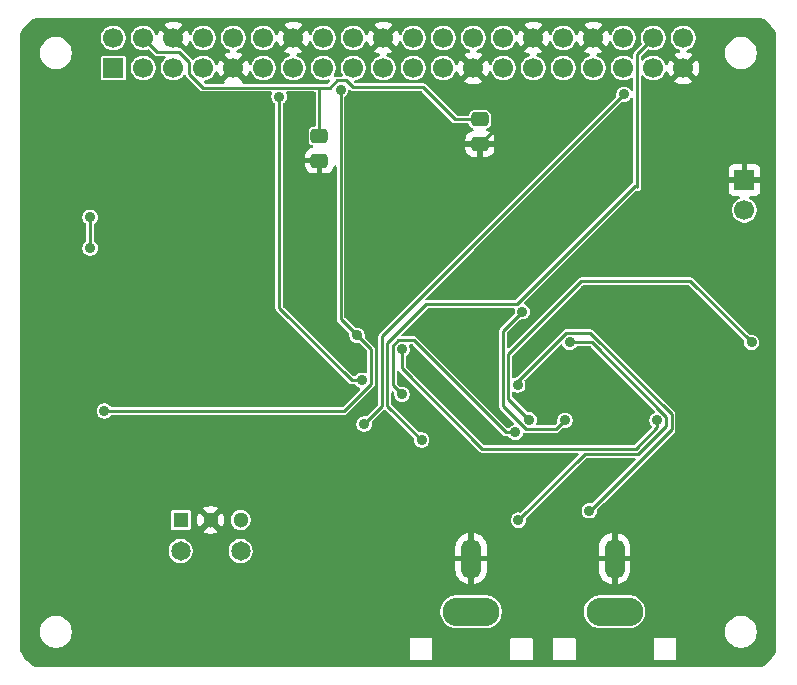
<source format=gbr>
G04 #@! TF.GenerationSoftware,KiCad,Pcbnew,9.0.6*
G04 #@! TF.CreationDate,2026-01-29T07:39:31-08:00*
G04 #@! TF.ProjectId,mutebox_hat_audio_in,6d757465-626f-4785-9f68-61745f617564,rev?*
G04 #@! TF.SameCoordinates,Original*
G04 #@! TF.FileFunction,Copper,L2,Bot*
G04 #@! TF.FilePolarity,Positive*
%FSLAX46Y46*%
G04 Gerber Fmt 4.6, Leading zero omitted, Abs format (unit mm)*
G04 Created by KiCad (PCBNEW 9.0.6) date 2026-01-29 07:39:31*
%MOMM*%
%LPD*%
G01*
G04 APERTURE LIST*
G04 Aperture macros list*
%AMRoundRect*
0 Rectangle with rounded corners*
0 $1 Rounding radius*
0 $2 $3 $4 $5 $6 $7 $8 $9 X,Y pos of 4 corners*
0 Add a 4 corners polygon primitive as box body*
4,1,4,$2,$3,$4,$5,$6,$7,$8,$9,$2,$3,0*
0 Add four circle primitives for the rounded corners*
1,1,$1+$1,$2,$3*
1,1,$1+$1,$4,$5*
1,1,$1+$1,$6,$7*
1,1,$1+$1,$8,$9*
0 Add four rect primitives between the rounded corners*
20,1,$1+$1,$2,$3,$4,$5,0*
20,1,$1+$1,$4,$5,$6,$7,0*
20,1,$1+$1,$6,$7,$8,$9,0*
20,1,$1+$1,$8,$9,$2,$3,0*%
G04 Aperture macros list end*
G04 #@! TA.AperFunction,SMDPad,CuDef*
%ADD10RoundRect,0.250000X-0.475000X0.337500X-0.475000X-0.337500X0.475000X-0.337500X0.475000X0.337500X0*%
G04 #@! TD*
G04 #@! TA.AperFunction,ComponentPad*
%ADD11O,4.800000X2.400000*%
G04 #@! TD*
G04 #@! TA.AperFunction,ComponentPad*
%ADD12O,1.700000X3.400000*%
G04 #@! TD*
G04 #@! TA.AperFunction,ComponentPad*
%ADD13R,1.700000X1.700000*%
G04 #@! TD*
G04 #@! TA.AperFunction,ComponentPad*
%ADD14C,1.700000*%
G04 #@! TD*
G04 #@! TA.AperFunction,ComponentPad*
%ADD15R,1.300000X1.300000*%
G04 #@! TD*
G04 #@! TA.AperFunction,ComponentPad*
%ADD16C,1.300000*%
G04 #@! TD*
G04 #@! TA.AperFunction,ComponentPad*
%ADD17C,1.650000*%
G04 #@! TD*
G04 #@! TA.AperFunction,ViaPad*
%ADD18C,0.900000*%
G04 #@! TD*
G04 #@! TA.AperFunction,Conductor*
%ADD19C,0.250000*%
G04 #@! TD*
G04 APERTURE END LIST*
D10*
X125818750Y-56600000D03*
X125818750Y-54525000D03*
X139400000Y-53125000D03*
X139400000Y-55200000D03*
D11*
X150800000Y-94800000D03*
D12*
X150800000Y-90300000D03*
D11*
X138662000Y-94800000D03*
D12*
X138662000Y-90300000D03*
D13*
X161800000Y-58260000D03*
D14*
X161800000Y-60800000D03*
D15*
X114060000Y-87040000D03*
D16*
X116600000Y-87040000D03*
X119140000Y-87040000D03*
D17*
X114060000Y-89660000D03*
X119140000Y-89660000D03*
D13*
X108370000Y-48770000D03*
D14*
X108370000Y-46230000D03*
X110910000Y-48770000D03*
X110910000Y-46230000D03*
X113450000Y-48770000D03*
X113450000Y-46230000D03*
X115990000Y-48770000D03*
X115990000Y-46230000D03*
X118530000Y-48770000D03*
X118530000Y-46230000D03*
X121070000Y-48770000D03*
X121070000Y-46230000D03*
X123610000Y-48770000D03*
X123610000Y-46230000D03*
X126150000Y-48770000D03*
X126150000Y-46230000D03*
X128690000Y-48770000D03*
X128690000Y-46230000D03*
X131230000Y-48770000D03*
X131230000Y-46230000D03*
X133770000Y-48770000D03*
X133770000Y-46230000D03*
X136310000Y-48770000D03*
X136310000Y-46230000D03*
X138850000Y-48770000D03*
X138850000Y-46230000D03*
X141390000Y-48770000D03*
X141390000Y-46230000D03*
X143930000Y-48770000D03*
X143930000Y-46230000D03*
X146470000Y-48770000D03*
X146470000Y-46230000D03*
X149010000Y-48770000D03*
X149010000Y-46230000D03*
X151550000Y-48770000D03*
X151550000Y-46230000D03*
X154090000Y-48770000D03*
X154090000Y-46230000D03*
X156630000Y-48770000D03*
X156630000Y-46230000D03*
D18*
X139400000Y-57800000D03*
X125769897Y-58169897D03*
X159400000Y-75000000D03*
X129600000Y-80000000D03*
X124100000Y-68000000D03*
X132200000Y-88400000D03*
X129100000Y-68000000D03*
X144000000Y-77200000D03*
X159000000Y-64400000D03*
X113100000Y-69500000D03*
X137600000Y-68000000D03*
X113000000Y-84200000D03*
X103000000Y-69800000D03*
X148300000Y-67600000D03*
X157462000Y-96600000D03*
X117000000Y-74600000D03*
X145062000Y-96600000D03*
X146100000Y-58100000D03*
X121000000Y-73441000D03*
X137600000Y-74500000D03*
X132200000Y-98400000D03*
X143000000Y-69400000D03*
X146600000Y-78600000D03*
X142662000Y-87050000D03*
X147000000Y-72000000D03*
X151600000Y-51000000D03*
X129600000Y-78899997D03*
X107600000Y-77800000D03*
X127600000Y-50600000D03*
X129000000Y-71400000D03*
X122400000Y-51200000D03*
X129400000Y-75200000D03*
X106400000Y-64000000D03*
X106400000Y-61400000D03*
X143589338Y-78545357D03*
X162400000Y-72000000D03*
X134470000Y-80270000D03*
X154400707Y-78599293D03*
X132800000Y-72600000D03*
X132800000Y-76400000D03*
X142400000Y-79626000D03*
X142600000Y-75600000D03*
X148662000Y-86250000D03*
D19*
X127400000Y-49824000D02*
X128080884Y-49824000D01*
X127400000Y-49824000D02*
X127600000Y-49824000D01*
X134600000Y-50400000D02*
X137325000Y-53125000D01*
X137325000Y-53125000D02*
X139400000Y-53125000D01*
X115980884Y-50424000D02*
X125800000Y-50424000D01*
X125818750Y-50442750D02*
X125800000Y-50424000D01*
X125818750Y-54525000D02*
X125818750Y-50442750D01*
X125800000Y-50424000D02*
X126678570Y-50424000D01*
X114800000Y-48268884D02*
X114800000Y-49243116D01*
X114800000Y-49243116D02*
X115980884Y-50424000D01*
X127278570Y-49824000D02*
X127400000Y-49824000D01*
X126678570Y-50424000D02*
X127278570Y-49824000D01*
X128080884Y-49824000D02*
X128656884Y-50400000D01*
X128656884Y-50400000D02*
X134600000Y-50400000D01*
X139400000Y-55200000D02*
X140451000Y-54149000D01*
X140451000Y-54149000D02*
X140451000Y-50371000D01*
X140451000Y-50371000D02*
X138850000Y-48770000D01*
X139400000Y-55200000D02*
X139400000Y-57800000D01*
X125818750Y-58121044D02*
X125769897Y-58169897D01*
X125818750Y-56600000D02*
X125818750Y-58121044D01*
X113937116Y-47406000D02*
X112086000Y-47406000D01*
X114800000Y-48268884D02*
X113937116Y-47406000D01*
X112086000Y-47406000D02*
X110910000Y-46230000D01*
X139400000Y-55200000D02*
X139400000Y-55400000D01*
X159000000Y-64400000D02*
X163176000Y-68576000D01*
X160497430Y-75000000D02*
X159400000Y-75000000D01*
X163176000Y-68576000D02*
X163176000Y-72321430D01*
X121000000Y-73441000D02*
X121159000Y-73600000D01*
X163176000Y-72321430D02*
X160497430Y-75000000D01*
X146600000Y-78600000D02*
X145878643Y-79321357D01*
X141349000Y-77402449D02*
X141349000Y-71051000D01*
X145878643Y-79321357D02*
X143267908Y-79321357D01*
X143000000Y-69400000D02*
X141349000Y-71051000D01*
X143267908Y-79321357D02*
X141349000Y-77402449D01*
X155176000Y-78278570D02*
X148897430Y-72000000D01*
X148261000Y-81451000D02*
X152786810Y-81451000D01*
X155176000Y-79061810D02*
X155176000Y-78278570D01*
X148897430Y-72000000D02*
X147000000Y-72000000D01*
X142662000Y-87050000D02*
X148261000Y-81451000D01*
X152786810Y-81451000D02*
X155176000Y-79061810D01*
X142662000Y-87050000D02*
X142662000Y-86850000D01*
X131122000Y-77377997D02*
X129600000Y-78899997D01*
X131122000Y-71478000D02*
X131122000Y-77377997D01*
X151600000Y-51000000D02*
X131122000Y-71478000D01*
X130176000Y-72576000D02*
X130176000Y-75521430D01*
X127514000Y-50686000D02*
X127600000Y-50600000D01*
X127897430Y-77800000D02*
X107600000Y-77800000D01*
X129000000Y-71400000D02*
X127600000Y-70000000D01*
X129000000Y-71400000D02*
X130176000Y-72576000D01*
X130176000Y-75521430D02*
X127897430Y-77800000D01*
X127600000Y-70000000D02*
X127600000Y-50600000D01*
X128533208Y-75200000D02*
X122400000Y-69066792D01*
X122400000Y-69066792D02*
X122400000Y-51200000D01*
X129400000Y-75200000D02*
X128533208Y-75200000D01*
X106400000Y-64000000D02*
X106400000Y-61400000D01*
X141800000Y-76756019D02*
X141800000Y-73002570D01*
X157224000Y-66824000D02*
X162400000Y-72000000D01*
X143589338Y-78545357D02*
X141800000Y-76756019D01*
X141800000Y-73002570D02*
X147978570Y-66824000D01*
X147978570Y-66824000D02*
X157224000Y-66824000D01*
X131573000Y-77373000D02*
X134470000Y-80270000D01*
X134172570Y-80270000D02*
X134470000Y-80270000D01*
X131573000Y-72027000D02*
X131573000Y-77373000D01*
X154090000Y-46230000D02*
X152726000Y-47594000D01*
X131573000Y-72027000D02*
X134824000Y-68776000D01*
X152726000Y-47594000D02*
X152726000Y-58857810D01*
X142526570Y-68776000D02*
X152502570Y-58800000D01*
X134824000Y-68776000D02*
X142526570Y-68776000D01*
X154400707Y-78642677D02*
X154400000Y-78643384D01*
X139600000Y-81000000D02*
X132800000Y-74200000D01*
X132800000Y-74200000D02*
X132800000Y-72600000D01*
X154400000Y-78643384D02*
X154400000Y-79200000D01*
X152600000Y-81000000D02*
X139600000Y-81000000D01*
X154400707Y-78599293D02*
X154400707Y-78642677D01*
X154400000Y-79200000D02*
X152600000Y-81000000D01*
X132024000Y-75624000D02*
X132800000Y-76400000D01*
X142400000Y-79626000D02*
X141626000Y-79626000D01*
X132478570Y-71824000D02*
X132024000Y-72278570D01*
X133824000Y-71824000D02*
X132478570Y-71824000D01*
X132024000Y-72278570D02*
X132024000Y-75624000D01*
X141626000Y-79626000D02*
X133824000Y-71824000D01*
X148750000Y-86250000D02*
X148662000Y-86250000D01*
X155627000Y-79373000D02*
X148750000Y-86250000D01*
X146678570Y-71224000D02*
X142600000Y-75302570D01*
X155627000Y-79373000D02*
X155627000Y-78091760D01*
X142600000Y-75302570D02*
X142600000Y-75600000D01*
X155627000Y-78091760D02*
X148759240Y-71224000D01*
X148759240Y-71224000D02*
X146678570Y-71224000D01*
G04 #@! TA.AperFunction,Conductor*
G36*
X146315317Y-72150093D02*
G01*
X146371250Y-72191965D01*
X146386544Y-72218823D01*
X146423531Y-72308120D01*
X146423538Y-72308133D01*
X146494723Y-72414668D01*
X146494726Y-72414672D01*
X146585327Y-72505273D01*
X146585331Y-72505276D01*
X146691866Y-72576461D01*
X146691872Y-72576464D01*
X146691873Y-72576465D01*
X146810256Y-72625501D01*
X146810260Y-72625501D01*
X146810261Y-72625502D01*
X146935928Y-72650500D01*
X146935931Y-72650500D01*
X147064071Y-72650500D01*
X147148615Y-72633682D01*
X147189744Y-72625501D01*
X147308127Y-72576465D01*
X147414669Y-72505276D01*
X147505276Y-72414669D01*
X147528034Y-72380608D01*
X147581645Y-72335805D01*
X147631136Y-72325500D01*
X148711241Y-72325500D01*
X148778280Y-72345185D01*
X148798922Y-72361819D01*
X154221112Y-77784009D01*
X154254597Y-77845332D01*
X154249613Y-77915024D01*
X154207741Y-77970957D01*
X154180884Y-77986251D01*
X154092583Y-78022826D01*
X154092573Y-78022831D01*
X153986038Y-78094016D01*
X153986034Y-78094019D01*
X153895433Y-78184620D01*
X153895430Y-78184624D01*
X153824245Y-78291159D01*
X153824240Y-78291168D01*
X153775206Y-78409548D01*
X153775204Y-78409554D01*
X153750207Y-78535221D01*
X153750207Y-78535224D01*
X153750207Y-78663362D01*
X153750207Y-78663364D01*
X153750206Y-78663364D01*
X153775204Y-78789031D01*
X153775206Y-78789037D01*
X153824240Y-78907417D01*
X153824245Y-78907426D01*
X153895429Y-79013960D01*
X153895430Y-79013961D01*
X153895431Y-79013962D01*
X153922889Y-79041420D01*
X153956374Y-79102741D01*
X153951390Y-79172433D01*
X153922889Y-79216782D01*
X152501492Y-80638181D01*
X152440169Y-80671666D01*
X152413811Y-80674500D01*
X139786189Y-80674500D01*
X139719150Y-80654815D01*
X139698508Y-80638181D01*
X133161819Y-74101492D01*
X133128334Y-74040169D01*
X133125500Y-74013811D01*
X133125500Y-73231135D01*
X133145185Y-73164096D01*
X133180609Y-73128033D01*
X133214669Y-73105276D01*
X133305276Y-73014669D01*
X133376465Y-72908127D01*
X133425501Y-72789744D01*
X133441199Y-72710827D01*
X133450500Y-72664071D01*
X133450500Y-72535928D01*
X133425502Y-72410261D01*
X133425501Y-72410260D01*
X133425501Y-72410256D01*
X133388509Y-72320951D01*
X133385001Y-72288323D01*
X133380333Y-72255853D01*
X133381286Y-72253765D01*
X133381041Y-72251484D01*
X133395726Y-72222145D01*
X133409358Y-72192297D01*
X133411288Y-72191056D01*
X133412316Y-72189004D01*
X133440531Y-72172263D01*
X133468136Y-72154523D01*
X133471165Y-72154087D01*
X133472405Y-72153352D01*
X133503071Y-72149500D01*
X133637811Y-72149500D01*
X133704850Y-72169185D01*
X133725492Y-72185819D01*
X141426138Y-79886465D01*
X141500361Y-79929318D01*
X141583147Y-79951500D01*
X141668853Y-79951500D01*
X141768864Y-79951500D01*
X141835903Y-79971185D01*
X141871965Y-80006608D01*
X141886228Y-80027954D01*
X141894725Y-80040671D01*
X141985327Y-80131273D01*
X141985331Y-80131276D01*
X142091866Y-80202461D01*
X142091875Y-80202466D01*
X142100243Y-80205932D01*
X142210256Y-80251501D01*
X142210260Y-80251501D01*
X142210261Y-80251502D01*
X142335928Y-80276500D01*
X142335931Y-80276500D01*
X142464071Y-80276500D01*
X142548615Y-80259682D01*
X142589744Y-80251501D01*
X142708127Y-80202465D01*
X142814669Y-80131276D01*
X142905276Y-80040669D01*
X142976465Y-79934127D01*
X143025501Y-79815744D01*
X143041664Y-79734487D01*
X143074048Y-79672577D01*
X143134764Y-79638003D01*
X143172988Y-79635060D01*
X143184356Y-79635952D01*
X143225055Y-79646858D01*
X143310761Y-79646858D01*
X143310765Y-79646857D01*
X145835790Y-79646857D01*
X145921496Y-79646857D01*
X146004282Y-79624675D01*
X146078505Y-79581822D01*
X146383884Y-79276441D01*
X146445204Y-79242959D01*
X146495754Y-79242508D01*
X146497097Y-79242775D01*
X146535930Y-79250500D01*
X146535931Y-79250500D01*
X146664071Y-79250500D01*
X146769253Y-79229577D01*
X146789744Y-79225501D01*
X146908127Y-79176465D01*
X147014669Y-79105276D01*
X147105276Y-79014669D01*
X147176465Y-78908127D01*
X147225501Y-78789744D01*
X147234113Y-78746452D01*
X147250500Y-78664071D01*
X147250500Y-78535928D01*
X147225502Y-78410261D01*
X147225501Y-78410260D01*
X147225501Y-78410256D01*
X147182017Y-78305276D01*
X147176466Y-78291875D01*
X147176461Y-78291866D01*
X147105276Y-78185331D01*
X147105273Y-78185327D01*
X147014672Y-78094726D01*
X147014668Y-78094723D01*
X146908133Y-78023538D01*
X146908124Y-78023533D01*
X146789744Y-77974499D01*
X146789738Y-77974497D01*
X146664071Y-77949500D01*
X146664069Y-77949500D01*
X146535931Y-77949500D01*
X146535929Y-77949500D01*
X146410261Y-77974497D01*
X146410255Y-77974499D01*
X146291875Y-78023533D01*
X146291866Y-78023538D01*
X146185331Y-78094723D01*
X146185327Y-78094726D01*
X146094726Y-78185327D01*
X146094723Y-78185331D01*
X146023538Y-78291866D01*
X146023533Y-78291875D01*
X145974499Y-78410255D01*
X145974497Y-78410261D01*
X145949500Y-78535928D01*
X145949500Y-78535931D01*
X145949500Y-78664069D01*
X145949500Y-78664071D01*
X145949499Y-78664071D01*
X145957491Y-78704244D01*
X145956783Y-78712151D01*
X145959558Y-78719590D01*
X145953714Y-78746452D01*
X145951264Y-78773836D01*
X145946014Y-78781846D01*
X145944706Y-78787862D01*
X145923558Y-78816113D01*
X145780133Y-78959539D01*
X145718813Y-78993023D01*
X145692454Y-78995857D01*
X144292409Y-78995857D01*
X144225370Y-78976172D01*
X144179615Y-78923368D01*
X144169671Y-78854210D01*
X144177848Y-78824404D01*
X144189716Y-78795752D01*
X144214839Y-78735101D01*
X144239838Y-78609426D01*
X144239838Y-78481288D01*
X144239838Y-78481285D01*
X144214840Y-78355618D01*
X144214839Y-78355617D01*
X144214839Y-78355613D01*
X144165803Y-78237230D01*
X144165802Y-78237229D01*
X144165799Y-78237223D01*
X144094614Y-78130688D01*
X144094611Y-78130684D01*
X144004010Y-78040083D01*
X144004006Y-78040080D01*
X143897471Y-77968895D01*
X143897462Y-77968890D01*
X143779082Y-77919856D01*
X143779076Y-77919854D01*
X143653409Y-77894857D01*
X143653407Y-77894857D01*
X143525269Y-77894857D01*
X143525264Y-77894857D01*
X143485092Y-77902848D01*
X143415501Y-77896621D01*
X143373220Y-77868912D01*
X142161819Y-76657511D01*
X142128334Y-76596188D01*
X142125500Y-76569830D01*
X142125500Y-76293130D01*
X142145185Y-76226091D01*
X142197989Y-76180336D01*
X142267147Y-76170392D01*
X142296951Y-76178568D01*
X142410256Y-76225501D01*
X142410260Y-76225501D01*
X142410261Y-76225502D01*
X142535928Y-76250500D01*
X142535931Y-76250500D01*
X142664071Y-76250500D01*
X142763361Y-76230749D01*
X142789744Y-76225501D01*
X142908127Y-76176465D01*
X143014669Y-76105276D01*
X143105276Y-76014669D01*
X143176465Y-75908127D01*
X143225501Y-75789744D01*
X143250500Y-75664069D01*
X143250500Y-75535931D01*
X143250500Y-75535928D01*
X143225502Y-75410261D01*
X143225501Y-75410260D01*
X143225501Y-75410256D01*
X143177287Y-75293859D01*
X143169819Y-75224392D01*
X143201094Y-75161912D01*
X143204139Y-75158756D01*
X146184304Y-72178592D01*
X146245625Y-72145109D01*
X146315317Y-72150093D01*
G37*
G04 #@! TD.AperFunction*
G04 #@! TA.AperFunction,Conductor*
G36*
X142312076Y-69121185D02*
G01*
X142357831Y-69173989D01*
X142367775Y-69243147D01*
X142366654Y-69249692D01*
X142349500Y-69335928D01*
X142349500Y-69335931D01*
X142349500Y-69464069D01*
X142349500Y-69464071D01*
X142349499Y-69464071D01*
X142357491Y-69504244D01*
X142351264Y-69573836D01*
X142323555Y-69616117D01*
X141088537Y-70851135D01*
X141088533Y-70851141D01*
X141045681Y-70925362D01*
X141045680Y-70925362D01*
X141035454Y-70963533D01*
X141035454Y-70963534D01*
X141029614Y-70985331D01*
X141023500Y-71008147D01*
X141023500Y-77359596D01*
X141023500Y-77445302D01*
X141034591Y-77486695D01*
X141045682Y-77528089D01*
X141067108Y-77565199D01*
X141088535Y-77602311D01*
X141088536Y-77602312D01*
X141088537Y-77602313D01*
X142276814Y-78790590D01*
X142310299Y-78851913D01*
X142305315Y-78921605D01*
X142263443Y-78977538D01*
X142216068Y-78998665D01*
X142216088Y-78998730D01*
X142215573Y-78998885D01*
X142213327Y-78999888D01*
X142210259Y-79000498D01*
X142210255Y-79000499D01*
X142091875Y-79049533D01*
X142091866Y-79049538D01*
X141985331Y-79120723D01*
X141985327Y-79120726D01*
X141894724Y-79211329D01*
X141889318Y-79219421D01*
X141835704Y-79264225D01*
X141766379Y-79272931D01*
X141703352Y-79242775D01*
X141698536Y-79238209D01*
X134023864Y-71563537D01*
X134023862Y-71563535D01*
X133986750Y-71542108D01*
X133949640Y-71520682D01*
X133888279Y-71504241D01*
X133866853Y-71498500D01*
X133866852Y-71498500D01*
X132861189Y-71498500D01*
X132794150Y-71478815D01*
X132748395Y-71426011D01*
X132738451Y-71356853D01*
X132767476Y-71293297D01*
X132773508Y-71286819D01*
X134922508Y-69137819D01*
X134983831Y-69104334D01*
X135010189Y-69101500D01*
X142245037Y-69101500D01*
X142312076Y-69121185D01*
G37*
G04 #@! TD.AperFunction*
G04 #@! TA.AperFunction,Conductor*
G36*
X152359363Y-51289360D02*
G01*
X152396082Y-51348804D01*
X152400500Y-51381609D01*
X152400500Y-58411483D01*
X152380815Y-58478522D01*
X152338500Y-58518870D01*
X152302711Y-58539532D01*
X152302706Y-58539536D01*
X142428062Y-68414181D01*
X142366739Y-68447666D01*
X142340381Y-68450500D01*
X134909189Y-68450500D01*
X134842150Y-68430815D01*
X134796395Y-68378011D01*
X134786451Y-68308853D01*
X134815476Y-68245297D01*
X134821508Y-68238819D01*
X138870589Y-64189738D01*
X151383883Y-51676442D01*
X151445204Y-51642959D01*
X151495754Y-51642508D01*
X151498022Y-51642959D01*
X151535930Y-51650500D01*
X151535931Y-51650500D01*
X151664071Y-51650500D01*
X151769253Y-51629577D01*
X151789744Y-51625501D01*
X151908127Y-51576465D01*
X152014669Y-51505276D01*
X152105276Y-51414669D01*
X152149286Y-51348804D01*
X152173398Y-51312718D01*
X152227010Y-51267913D01*
X152296335Y-51259206D01*
X152359363Y-51289360D01*
G37*
G04 #@! TD.AperFunction*
G04 #@! TA.AperFunction,Conductor*
G36*
X125436289Y-50769185D02*
G01*
X125482044Y-50821989D01*
X125493250Y-50873500D01*
X125493250Y-53613000D01*
X125473565Y-53680039D01*
X125420761Y-53725794D01*
X125369250Y-53737000D01*
X125289480Y-53737000D01*
X125259050Y-53739853D01*
X125259048Y-53739853D01*
X125130869Y-53784706D01*
X125130867Y-53784707D01*
X125021600Y-53865350D01*
X124940957Y-53974617D01*
X124940956Y-53974619D01*
X124896103Y-54102798D01*
X124896103Y-54102800D01*
X124893250Y-54133230D01*
X124893250Y-54916769D01*
X124896103Y-54947199D01*
X124896103Y-54947201D01*
X124940956Y-55075380D01*
X124940957Y-55075382D01*
X125021600Y-55184650D01*
X125130868Y-55265293D01*
X125194783Y-55287658D01*
X125251557Y-55328378D01*
X125277305Y-55393330D01*
X125263849Y-55461892D01*
X125215462Y-55512295D01*
X125192832Y-55522404D01*
X125024628Y-55578142D01*
X125024625Y-55578143D01*
X124875404Y-55670184D01*
X124751434Y-55794154D01*
X124659393Y-55943375D01*
X124659391Y-55943380D01*
X124604244Y-56109802D01*
X124604243Y-56109809D01*
X124593750Y-56212513D01*
X124593750Y-56350000D01*
X125694750Y-56350000D01*
X125761789Y-56369685D01*
X125807544Y-56422489D01*
X125818750Y-56474000D01*
X125818750Y-56600000D01*
X125944750Y-56600000D01*
X126011789Y-56619685D01*
X126057544Y-56672489D01*
X126068750Y-56724000D01*
X126068750Y-57687499D01*
X126343722Y-57687499D01*
X126343736Y-57687498D01*
X126446447Y-57677005D01*
X126612869Y-57621858D01*
X126612874Y-57621856D01*
X126762095Y-57529815D01*
X126886065Y-57405845D01*
X126978106Y-57256624D01*
X126978108Y-57256619D01*
X127032794Y-57091589D01*
X127072567Y-57034144D01*
X127137082Y-57007321D01*
X127205858Y-57019636D01*
X127257058Y-57067179D01*
X127274500Y-57130593D01*
X127274500Y-69957147D01*
X127274500Y-70042853D01*
X127276549Y-70050500D01*
X127296682Y-70125640D01*
X127318108Y-70162750D01*
X127339535Y-70199862D01*
X127339537Y-70199864D01*
X128323555Y-71183882D01*
X128357040Y-71245205D01*
X128357491Y-71295754D01*
X128349500Y-71335926D01*
X128349500Y-71335931D01*
X128349500Y-71464069D01*
X128349500Y-71464071D01*
X128349499Y-71464071D01*
X128374497Y-71589738D01*
X128374499Y-71589744D01*
X128423533Y-71708124D01*
X128423538Y-71708133D01*
X128494723Y-71814668D01*
X128494726Y-71814672D01*
X128585327Y-71905273D01*
X128585331Y-71905276D01*
X128691866Y-71976461D01*
X128691872Y-71976464D01*
X128691873Y-71976465D01*
X128810256Y-72025501D01*
X128810260Y-72025501D01*
X128810261Y-72025502D01*
X128935928Y-72050500D01*
X128935931Y-72050500D01*
X129064069Y-72050500D01*
X129104243Y-72042508D01*
X129173833Y-72048734D01*
X129216117Y-72076444D01*
X129814181Y-72674508D01*
X129847666Y-72735831D01*
X129850500Y-72762189D01*
X129850500Y-74496928D01*
X129830815Y-74563967D01*
X129778011Y-74609722D01*
X129708853Y-74619666D01*
X129679048Y-74611489D01*
X129589748Y-74574500D01*
X129589738Y-74574497D01*
X129464071Y-74549500D01*
X129464069Y-74549500D01*
X129335931Y-74549500D01*
X129335929Y-74549500D01*
X129210261Y-74574497D01*
X129210255Y-74574499D01*
X129091875Y-74623533D01*
X129091866Y-74623538D01*
X128985331Y-74694723D01*
X128985327Y-74694726D01*
X128894725Y-74785328D01*
X128880155Y-74807133D01*
X128871965Y-74819391D01*
X128865875Y-74824481D01*
X128862577Y-74831703D01*
X128839448Y-74846566D01*
X128818355Y-74864195D01*
X128808980Y-74866146D01*
X128803799Y-74869477D01*
X128768864Y-74874500D01*
X128719397Y-74874500D01*
X128652358Y-74854815D01*
X128631716Y-74838181D01*
X122761819Y-68968284D01*
X122728334Y-68906961D01*
X122725500Y-68880603D01*
X122725500Y-56987486D01*
X124593751Y-56987486D01*
X124604244Y-57090197D01*
X124659391Y-57256619D01*
X124659393Y-57256624D01*
X124751434Y-57405845D01*
X124875404Y-57529815D01*
X125024625Y-57621856D01*
X125024630Y-57621858D01*
X125191052Y-57677005D01*
X125191059Y-57677006D01*
X125293769Y-57687499D01*
X125568749Y-57687499D01*
X125568750Y-57687498D01*
X125568750Y-56850000D01*
X124593751Y-56850000D01*
X124593751Y-56987486D01*
X122725500Y-56987486D01*
X122725500Y-51831135D01*
X122745185Y-51764096D01*
X122780609Y-51728033D01*
X122814669Y-51705276D01*
X122905276Y-51614669D01*
X122976465Y-51508127D01*
X123025501Y-51389744D01*
X123045469Y-51289360D01*
X123050500Y-51264071D01*
X123050500Y-51135928D01*
X123025502Y-51010261D01*
X123025501Y-51010260D01*
X123025501Y-51010256D01*
X122988509Y-50920951D01*
X122981041Y-50851484D01*
X123012316Y-50789004D01*
X123072405Y-50753352D01*
X123103071Y-50749500D01*
X125369250Y-50749500D01*
X125436289Y-50769185D01*
G37*
G04 #@! TD.AperFunction*
G04 #@! TA.AperFunction,Conductor*
G36*
X118064075Y-48962993D02*
G01*
X118129901Y-49077007D01*
X118222993Y-49170099D01*
X118337007Y-49235925D01*
X118400590Y-49252962D01*
X117768282Y-49885269D01*
X117769045Y-49894965D01*
X117795685Y-49929511D01*
X117801664Y-49999125D01*
X117769059Y-50060920D01*
X117708220Y-50095277D01*
X117680134Y-50098500D01*
X116167073Y-50098500D01*
X116137632Y-50089855D01*
X116107646Y-50083332D01*
X116102630Y-50079577D01*
X116100034Y-50078815D01*
X116079392Y-50062181D01*
X116044183Y-50026972D01*
X116010698Y-49965649D01*
X116015682Y-49895957D01*
X116057554Y-49840024D01*
X116107673Y-49817674D01*
X116154417Y-49808376D01*
X116296420Y-49780130D01*
X116487598Y-49700941D01*
X116659655Y-49585977D01*
X116805977Y-49439655D01*
X116920941Y-49267598D01*
X116989165Y-49102889D01*
X117033004Y-49048488D01*
X117099298Y-49026423D01*
X117166998Y-49043702D01*
X117214609Y-49094839D01*
X117221656Y-49112026D01*
X117278904Y-49288216D01*
X117375375Y-49477550D01*
X117414728Y-49531716D01*
X118047037Y-48899408D01*
X118064075Y-48962993D01*
G37*
G04 #@! TD.AperFunction*
G04 #@! TA.AperFunction,Conductor*
G36*
X163225902Y-44517642D02*
G01*
X163411210Y-44628711D01*
X163421328Y-44635471D01*
X163683451Y-44829874D01*
X163692857Y-44837594D01*
X163934658Y-45056750D01*
X163943249Y-45065341D01*
X164083306Y-45219870D01*
X164162405Y-45307142D01*
X164170125Y-45316548D01*
X164364528Y-45578671D01*
X164371288Y-45588789D01*
X164482358Y-45774098D01*
X164500000Y-45837847D01*
X164500000Y-98162151D01*
X164482358Y-98225900D01*
X164371286Y-98411213D01*
X164364526Y-98421331D01*
X164170125Y-98683451D01*
X164162405Y-98692857D01*
X163943256Y-98934651D01*
X163934651Y-98943256D01*
X163692857Y-99162405D01*
X163683451Y-99170125D01*
X163421328Y-99364528D01*
X163411210Y-99371288D01*
X163225902Y-99482358D01*
X163162153Y-99500000D01*
X101837847Y-99500000D01*
X101774098Y-99482358D01*
X101588789Y-99371288D01*
X101578671Y-99364528D01*
X101316548Y-99170125D01*
X101307142Y-99162405D01*
X101270638Y-99129320D01*
X101065341Y-98943249D01*
X101056750Y-98934658D01*
X100837594Y-98692857D01*
X100829874Y-98683451D01*
X100635473Y-98421331D01*
X100628712Y-98411212D01*
X100517641Y-98225899D01*
X100500000Y-98162151D01*
X100500000Y-96393713D01*
X102149500Y-96393713D01*
X102149500Y-96606287D01*
X102182754Y-96816243D01*
X102247692Y-97016102D01*
X102248444Y-97018414D01*
X102344951Y-97207820D01*
X102469890Y-97379786D01*
X102620213Y-97530109D01*
X102792179Y-97655048D01*
X102792181Y-97655049D01*
X102792184Y-97655051D01*
X102981588Y-97751557D01*
X103183757Y-97817246D01*
X103393713Y-97850500D01*
X103393714Y-97850500D01*
X103606286Y-97850500D01*
X103606287Y-97850500D01*
X103816243Y-97817246D01*
X104018412Y-97751557D01*
X104207816Y-97655051D01*
X104229789Y-97639086D01*
X104379786Y-97530109D01*
X104379788Y-97530106D01*
X104379792Y-97530104D01*
X104530104Y-97379792D01*
X104530106Y-97379788D01*
X104530109Y-97379786D01*
X104655048Y-97207820D01*
X104655047Y-97207820D01*
X104655051Y-97207816D01*
X104720645Y-97079081D01*
X133461500Y-97079081D01*
X133461500Y-97079082D01*
X133461500Y-98779082D01*
X133461500Y-98820918D01*
X133491082Y-98850500D01*
X135332918Y-98850500D01*
X135362500Y-98820918D01*
X135362500Y-97079082D01*
X135362499Y-97079081D01*
X141961500Y-97079081D01*
X141961500Y-97079082D01*
X141961500Y-98779082D01*
X141961500Y-98820918D01*
X141991082Y-98850500D01*
X143832918Y-98850500D01*
X143862500Y-98820918D01*
X143862500Y-97079082D01*
X143862499Y-97079081D01*
X145599500Y-97079081D01*
X145599500Y-97079082D01*
X145599500Y-98779082D01*
X145599500Y-98820918D01*
X145629082Y-98850500D01*
X147470918Y-98850500D01*
X147500500Y-98820918D01*
X147500500Y-97079082D01*
X147500499Y-97079081D01*
X154099500Y-97079081D01*
X154099500Y-97079082D01*
X154099500Y-98779082D01*
X154099500Y-98820918D01*
X154129082Y-98850500D01*
X155970918Y-98850500D01*
X156000500Y-98820918D01*
X156000500Y-97079082D01*
X155970918Y-97049500D01*
X154170918Y-97049500D01*
X154129082Y-97049500D01*
X154129081Y-97049500D01*
X154099500Y-97079081D01*
X147500499Y-97079081D01*
X147470918Y-97049500D01*
X145670918Y-97049500D01*
X145629082Y-97049500D01*
X145629081Y-97049500D01*
X145599500Y-97079081D01*
X143862499Y-97079081D01*
X143832918Y-97049500D01*
X142032918Y-97049500D01*
X141991082Y-97049500D01*
X141991081Y-97049500D01*
X141961500Y-97079081D01*
X135362499Y-97079081D01*
X135332918Y-97049500D01*
X133532918Y-97049500D01*
X133491082Y-97049500D01*
X133491081Y-97049500D01*
X133461500Y-97079081D01*
X104720645Y-97079081D01*
X104751557Y-97018412D01*
X104817246Y-96816243D01*
X104850500Y-96606287D01*
X104850500Y-96393713D01*
X160149500Y-96393713D01*
X160149500Y-96606287D01*
X160182754Y-96816243D01*
X160247692Y-97016102D01*
X160248444Y-97018414D01*
X160344951Y-97207820D01*
X160469890Y-97379786D01*
X160620213Y-97530109D01*
X160792179Y-97655048D01*
X160792181Y-97655049D01*
X160792184Y-97655051D01*
X160981588Y-97751557D01*
X161183757Y-97817246D01*
X161393713Y-97850500D01*
X161393714Y-97850500D01*
X161606286Y-97850500D01*
X161606287Y-97850500D01*
X161816243Y-97817246D01*
X162018412Y-97751557D01*
X162207816Y-97655051D01*
X162229789Y-97639086D01*
X162379786Y-97530109D01*
X162379788Y-97530106D01*
X162379792Y-97530104D01*
X162530104Y-97379792D01*
X162530106Y-97379788D01*
X162530109Y-97379786D01*
X162655048Y-97207820D01*
X162655047Y-97207820D01*
X162655051Y-97207816D01*
X162751557Y-97018412D01*
X162817246Y-96816243D01*
X162850500Y-96606287D01*
X162850500Y-96393713D01*
X162817246Y-96183757D01*
X162751557Y-95981588D01*
X162655051Y-95792184D01*
X162655049Y-95792181D01*
X162655048Y-95792179D01*
X162530109Y-95620213D01*
X162379786Y-95469890D01*
X162207820Y-95344951D01*
X162018414Y-95248444D01*
X162018413Y-95248443D01*
X162018412Y-95248443D01*
X161816243Y-95182754D01*
X161816241Y-95182753D01*
X161816240Y-95182753D01*
X161654957Y-95157208D01*
X161606287Y-95149500D01*
X161393713Y-95149500D01*
X161345042Y-95157208D01*
X161183760Y-95182753D01*
X160981585Y-95248444D01*
X160792179Y-95344951D01*
X160620213Y-95469890D01*
X160469890Y-95620213D01*
X160344951Y-95792179D01*
X160248444Y-95981585D01*
X160182753Y-96183760D01*
X160180102Y-96200500D01*
X160149500Y-96393713D01*
X104850500Y-96393713D01*
X104817246Y-96183757D01*
X104751557Y-95981588D01*
X104655051Y-95792184D01*
X104655049Y-95792181D01*
X104655048Y-95792179D01*
X104530109Y-95620213D01*
X104379786Y-95469890D01*
X104207820Y-95344951D01*
X104018414Y-95248444D01*
X104018413Y-95248443D01*
X104018412Y-95248443D01*
X103816243Y-95182754D01*
X103816241Y-95182753D01*
X103816240Y-95182753D01*
X103654957Y-95157208D01*
X103606287Y-95149500D01*
X103393713Y-95149500D01*
X103345042Y-95157208D01*
X103183760Y-95182753D01*
X102981585Y-95248444D01*
X102792179Y-95344951D01*
X102620213Y-95469890D01*
X102469890Y-95620213D01*
X102344951Y-95792179D01*
X102248444Y-95981585D01*
X102182753Y-96183760D01*
X102180102Y-96200500D01*
X102149500Y-96393713D01*
X100500000Y-96393713D01*
X100500000Y-94689778D01*
X136061500Y-94689778D01*
X136061500Y-94910221D01*
X136095985Y-95127952D01*
X136164103Y-95337603D01*
X136164104Y-95337606D01*
X136264187Y-95534025D01*
X136393752Y-95712358D01*
X136393756Y-95712363D01*
X136549636Y-95868243D01*
X136549641Y-95868247D01*
X136705192Y-95981260D01*
X136727978Y-95997815D01*
X136856375Y-96063237D01*
X136924393Y-96097895D01*
X136924396Y-96097896D01*
X137029221Y-96131955D01*
X137134049Y-96166015D01*
X137351778Y-96200500D01*
X137351779Y-96200500D01*
X139972221Y-96200500D01*
X139972222Y-96200500D01*
X140189951Y-96166015D01*
X140399606Y-96097895D01*
X140596022Y-95997815D01*
X140774365Y-95868242D01*
X140930242Y-95712365D01*
X141059815Y-95534022D01*
X141159895Y-95337606D01*
X141228015Y-95127951D01*
X141262500Y-94910222D01*
X141262500Y-94689778D01*
X148199500Y-94689778D01*
X148199500Y-94910221D01*
X148233985Y-95127952D01*
X148302103Y-95337603D01*
X148302104Y-95337606D01*
X148402187Y-95534025D01*
X148531752Y-95712358D01*
X148531756Y-95712363D01*
X148687636Y-95868243D01*
X148687641Y-95868247D01*
X148843192Y-95981260D01*
X148865978Y-95997815D01*
X148994375Y-96063237D01*
X149062393Y-96097895D01*
X149062396Y-96097896D01*
X149167221Y-96131955D01*
X149272049Y-96166015D01*
X149489778Y-96200500D01*
X149489779Y-96200500D01*
X152110221Y-96200500D01*
X152110222Y-96200500D01*
X152327951Y-96166015D01*
X152537606Y-96097895D01*
X152734022Y-95997815D01*
X152912365Y-95868242D01*
X153068242Y-95712365D01*
X153197815Y-95534022D01*
X153297895Y-95337606D01*
X153366015Y-95127951D01*
X153400500Y-94910222D01*
X153400500Y-94689778D01*
X153366015Y-94472049D01*
X153297895Y-94262394D01*
X153297895Y-94262393D01*
X153263237Y-94194375D01*
X153197815Y-94065978D01*
X153181260Y-94043192D01*
X153068247Y-93887641D01*
X153068243Y-93887636D01*
X152912363Y-93731756D01*
X152912358Y-93731752D01*
X152734025Y-93602187D01*
X152734024Y-93602186D01*
X152734022Y-93602185D01*
X152671096Y-93570122D01*
X152537606Y-93502104D01*
X152537603Y-93502103D01*
X152327952Y-93433985D01*
X152219086Y-93416742D01*
X152110222Y-93399500D01*
X149489778Y-93399500D01*
X149417201Y-93410995D01*
X149272047Y-93433985D01*
X149062396Y-93502103D01*
X149062393Y-93502104D01*
X148865974Y-93602187D01*
X148687641Y-93731752D01*
X148687636Y-93731756D01*
X148531756Y-93887636D01*
X148531752Y-93887641D01*
X148402187Y-94065974D01*
X148302104Y-94262393D01*
X148302103Y-94262396D01*
X148233985Y-94472047D01*
X148199500Y-94689778D01*
X141262500Y-94689778D01*
X141228015Y-94472049D01*
X141159895Y-94262394D01*
X141159895Y-94262393D01*
X141125237Y-94194375D01*
X141059815Y-94065978D01*
X141043260Y-94043192D01*
X140930247Y-93887641D01*
X140930243Y-93887636D01*
X140774363Y-93731756D01*
X140774358Y-93731752D01*
X140596025Y-93602187D01*
X140596024Y-93602186D01*
X140596022Y-93602185D01*
X140533096Y-93570122D01*
X140399606Y-93502104D01*
X140399603Y-93502103D01*
X140189952Y-93433985D01*
X140081086Y-93416742D01*
X139972222Y-93399500D01*
X137351778Y-93399500D01*
X137279201Y-93410995D01*
X137134047Y-93433985D01*
X136924396Y-93502103D01*
X136924393Y-93502104D01*
X136727974Y-93602187D01*
X136549641Y-93731752D01*
X136549636Y-93731756D01*
X136393756Y-93887636D01*
X136393752Y-93887641D01*
X136264187Y-94065974D01*
X136164104Y-94262393D01*
X136164103Y-94262396D01*
X136095985Y-94472047D01*
X136061500Y-94689778D01*
X100500000Y-94689778D01*
X100500000Y-89558992D01*
X113034500Y-89558992D01*
X113034500Y-89761007D01*
X113073907Y-89959119D01*
X113073909Y-89959127D01*
X113151212Y-90145752D01*
X113151217Y-90145762D01*
X113263441Y-90313718D01*
X113406281Y-90456558D01*
X113574237Y-90568782D01*
X113574241Y-90568784D01*
X113574244Y-90568786D01*
X113760873Y-90646091D01*
X113958992Y-90685499D01*
X113958996Y-90685500D01*
X113958997Y-90685500D01*
X114161004Y-90685500D01*
X114161005Y-90685499D01*
X114359127Y-90646091D01*
X114545756Y-90568786D01*
X114713718Y-90456558D01*
X114856558Y-90313718D01*
X114968786Y-90145756D01*
X115046091Y-89959127D01*
X115085500Y-89761003D01*
X115085500Y-89558997D01*
X115085499Y-89558992D01*
X118114500Y-89558992D01*
X118114500Y-89761007D01*
X118153907Y-89959119D01*
X118153909Y-89959127D01*
X118231212Y-90145752D01*
X118231217Y-90145762D01*
X118343441Y-90313718D01*
X118486281Y-90456558D01*
X118654237Y-90568782D01*
X118654241Y-90568784D01*
X118654244Y-90568786D01*
X118840873Y-90646091D01*
X119038992Y-90685499D01*
X119038996Y-90685500D01*
X119038997Y-90685500D01*
X119241004Y-90685500D01*
X119241005Y-90685499D01*
X119439127Y-90646091D01*
X119625756Y-90568786D01*
X119793718Y-90456558D01*
X119793721Y-90456555D01*
X119839320Y-90410957D01*
X119936555Y-90313721D01*
X119936558Y-90313718D01*
X120048782Y-90145762D01*
X120048782Y-90145761D01*
X120048786Y-90145756D01*
X120126091Y-89959127D01*
X120165500Y-89761003D01*
X120165500Y-89558997D01*
X120145213Y-89457007D01*
X120126529Y-89363072D01*
X120126092Y-89360879D01*
X120126091Y-89360873D01*
X120119000Y-89343753D01*
X137312000Y-89343753D01*
X137312000Y-90050000D01*
X138162000Y-90050000D01*
X138162000Y-90550000D01*
X137312000Y-90550000D01*
X137312000Y-91256246D01*
X137345242Y-91466127D01*
X137345242Y-91466130D01*
X137410904Y-91668217D01*
X137507379Y-91857557D01*
X137632272Y-92029459D01*
X137632276Y-92029464D01*
X137782535Y-92179723D01*
X137782540Y-92179727D01*
X137954442Y-92304620D01*
X138143782Y-92401095D01*
X138345871Y-92466757D01*
X138412000Y-92477231D01*
X138412000Y-91383012D01*
X138469007Y-91415925D01*
X138596174Y-91450000D01*
X138727826Y-91450000D01*
X138854993Y-91415925D01*
X138912000Y-91383012D01*
X138912000Y-92477230D01*
X138978126Y-92466757D01*
X138978129Y-92466757D01*
X139180217Y-92401095D01*
X139369557Y-92304620D01*
X139541459Y-92179727D01*
X139541464Y-92179723D01*
X139691723Y-92029464D01*
X139691727Y-92029459D01*
X139816620Y-91857557D01*
X139913095Y-91668217D01*
X139978757Y-91466130D01*
X139978757Y-91466127D01*
X140012000Y-91256246D01*
X140012000Y-90550000D01*
X139162000Y-90550000D01*
X139162000Y-90050000D01*
X140012000Y-90050000D01*
X140012000Y-89343753D01*
X149450000Y-89343753D01*
X149450000Y-90050000D01*
X150300000Y-90050000D01*
X150300000Y-90550000D01*
X149450000Y-90550000D01*
X149450000Y-91256246D01*
X149483242Y-91466127D01*
X149483242Y-91466130D01*
X149548904Y-91668217D01*
X149645379Y-91857557D01*
X149770272Y-92029459D01*
X149770276Y-92029464D01*
X149920535Y-92179723D01*
X149920540Y-92179727D01*
X150092442Y-92304620D01*
X150281782Y-92401095D01*
X150483871Y-92466757D01*
X150550000Y-92477231D01*
X150550000Y-91383012D01*
X150607007Y-91415925D01*
X150734174Y-91450000D01*
X150865826Y-91450000D01*
X150992993Y-91415925D01*
X151050000Y-91383012D01*
X151050000Y-92477230D01*
X151116126Y-92466757D01*
X151116129Y-92466757D01*
X151318217Y-92401095D01*
X151507557Y-92304620D01*
X151679459Y-92179727D01*
X151679464Y-92179723D01*
X151829723Y-92029464D01*
X151829727Y-92029459D01*
X151954620Y-91857557D01*
X152051095Y-91668217D01*
X152116757Y-91466130D01*
X152116757Y-91466127D01*
X152150000Y-91256246D01*
X152150000Y-90550000D01*
X151300000Y-90550000D01*
X151300000Y-90050000D01*
X152150000Y-90050000D01*
X152150000Y-89343753D01*
X152116757Y-89133872D01*
X152116757Y-89133869D01*
X152051095Y-88931782D01*
X151954620Y-88742442D01*
X151829727Y-88570540D01*
X151829723Y-88570535D01*
X151679464Y-88420276D01*
X151679459Y-88420272D01*
X151507557Y-88295379D01*
X151318215Y-88198903D01*
X151116124Y-88133241D01*
X151050000Y-88122768D01*
X151050000Y-89216988D01*
X150992993Y-89184075D01*
X150865826Y-89150000D01*
X150734174Y-89150000D01*
X150607007Y-89184075D01*
X150550000Y-89216988D01*
X150550000Y-88122768D01*
X150549999Y-88122768D01*
X150483875Y-88133241D01*
X150281784Y-88198903D01*
X150092442Y-88295379D01*
X149920540Y-88420272D01*
X149920535Y-88420276D01*
X149770276Y-88570535D01*
X149770272Y-88570540D01*
X149645379Y-88742442D01*
X149548904Y-88931782D01*
X149483242Y-89133869D01*
X149483242Y-89133872D01*
X149450000Y-89343753D01*
X140012000Y-89343753D01*
X139978757Y-89133872D01*
X139978757Y-89133869D01*
X139913095Y-88931782D01*
X139816620Y-88742442D01*
X139691727Y-88570540D01*
X139691723Y-88570535D01*
X139541464Y-88420276D01*
X139541459Y-88420272D01*
X139369557Y-88295379D01*
X139180215Y-88198903D01*
X138978124Y-88133241D01*
X138912000Y-88122768D01*
X138912000Y-89216988D01*
X138854993Y-89184075D01*
X138727826Y-89150000D01*
X138596174Y-89150000D01*
X138469007Y-89184075D01*
X138412000Y-89216988D01*
X138412000Y-88122768D01*
X138411999Y-88122768D01*
X138345875Y-88133241D01*
X138143784Y-88198903D01*
X137954442Y-88295379D01*
X137782540Y-88420272D01*
X137782535Y-88420276D01*
X137632276Y-88570535D01*
X137632272Y-88570540D01*
X137507379Y-88742442D01*
X137410904Y-88931782D01*
X137345242Y-89133869D01*
X137345242Y-89133872D01*
X137312000Y-89343753D01*
X120119000Y-89343753D01*
X120048786Y-89174244D01*
X120048784Y-89174241D01*
X120048782Y-89174237D01*
X119936558Y-89006281D01*
X119793718Y-88863441D01*
X119625762Y-88751217D01*
X119625752Y-88751212D01*
X119439127Y-88673909D01*
X119439119Y-88673907D01*
X119241007Y-88634500D01*
X119241003Y-88634500D01*
X119038997Y-88634500D01*
X119038992Y-88634500D01*
X118840880Y-88673907D01*
X118840872Y-88673909D01*
X118654247Y-88751212D01*
X118654237Y-88751217D01*
X118486281Y-88863441D01*
X118343441Y-89006281D01*
X118231217Y-89174237D01*
X118231212Y-89174247D01*
X118153909Y-89360872D01*
X118153907Y-89360880D01*
X118114500Y-89558992D01*
X115085499Y-89558992D01*
X115046091Y-89360873D01*
X114968786Y-89174244D01*
X114968784Y-89174241D01*
X114968782Y-89174237D01*
X114856558Y-89006281D01*
X114713718Y-88863441D01*
X114545762Y-88751217D01*
X114545752Y-88751212D01*
X114359127Y-88673909D01*
X114359119Y-88673907D01*
X114161007Y-88634500D01*
X114161003Y-88634500D01*
X113958997Y-88634500D01*
X113958992Y-88634500D01*
X113760880Y-88673907D01*
X113760872Y-88673909D01*
X113574247Y-88751212D01*
X113574237Y-88751217D01*
X113406281Y-88863441D01*
X113263441Y-89006281D01*
X113151217Y-89174237D01*
X113151212Y-89174247D01*
X113073909Y-89360872D01*
X113073907Y-89360880D01*
X113034500Y-89558992D01*
X100500000Y-89558992D01*
X100500000Y-86370247D01*
X113209500Y-86370247D01*
X113209500Y-87709752D01*
X113221131Y-87768229D01*
X113221132Y-87768230D01*
X113265447Y-87834552D01*
X113331769Y-87878867D01*
X113331770Y-87878868D01*
X113390247Y-87890499D01*
X113390250Y-87890500D01*
X113390252Y-87890500D01*
X114729750Y-87890500D01*
X114729751Y-87890499D01*
X114749418Y-87886587D01*
X114788228Y-87878868D01*
X114788228Y-87878867D01*
X114788231Y-87878867D01*
X114854552Y-87834552D01*
X114898867Y-87768231D01*
X114898867Y-87768229D01*
X114898868Y-87768229D01*
X114910499Y-87709752D01*
X114910500Y-87709750D01*
X114910500Y-86949493D01*
X115450000Y-86949493D01*
X115450000Y-87130506D01*
X115478317Y-87309293D01*
X115534251Y-87481444D01*
X115534252Y-87481447D01*
X115616431Y-87642730D01*
X115627913Y-87658532D01*
X115627913Y-87658533D01*
X116200000Y-87086446D01*
X116200000Y-87092661D01*
X116227259Y-87194394D01*
X116279920Y-87285606D01*
X116354394Y-87360080D01*
X116445606Y-87412741D01*
X116547339Y-87440000D01*
X116553553Y-87440000D01*
X115981466Y-88012085D01*
X115981466Y-88012086D01*
X115997267Y-88023566D01*
X115997275Y-88023571D01*
X116158552Y-88105747D01*
X116158555Y-88105748D01*
X116330706Y-88161682D01*
X116509494Y-88190000D01*
X116690506Y-88190000D01*
X116869293Y-88161682D01*
X117041444Y-88105748D01*
X117041452Y-88105745D01*
X117202730Y-88023568D01*
X117218532Y-88012085D01*
X117218533Y-88012085D01*
X116646448Y-87440000D01*
X116652661Y-87440000D01*
X116754394Y-87412741D01*
X116845606Y-87360080D01*
X116920080Y-87285606D01*
X116972741Y-87194394D01*
X117000000Y-87092661D01*
X117000000Y-87086448D01*
X117572085Y-87658533D01*
X117572085Y-87658532D01*
X117583568Y-87642730D01*
X117665745Y-87481452D01*
X117665748Y-87481444D01*
X117721682Y-87309293D01*
X117750000Y-87130506D01*
X117750000Y-86956228D01*
X118289500Y-86956228D01*
X118289500Y-87123771D01*
X118322182Y-87288074D01*
X118322184Y-87288082D01*
X118386295Y-87442860D01*
X118479373Y-87582162D01*
X118597837Y-87700626D01*
X118690494Y-87762537D01*
X118737137Y-87793703D01*
X118891918Y-87857816D01*
X119056228Y-87890499D01*
X119056232Y-87890500D01*
X119056233Y-87890500D01*
X119223768Y-87890500D01*
X119223769Y-87890499D01*
X119388082Y-87857816D01*
X119542863Y-87793703D01*
X119682162Y-87700626D01*
X119800626Y-87582162D01*
X119893703Y-87442863D01*
X119957816Y-87288082D01*
X119990500Y-87123767D01*
X119990500Y-86956233D01*
X119957816Y-86791918D01*
X119906180Y-86667259D01*
X119893704Y-86637139D01*
X119892493Y-86635327D01*
X119831956Y-86544726D01*
X119800626Y-86497837D01*
X119682162Y-86379373D01*
X119542860Y-86286295D01*
X119388082Y-86222184D01*
X119388074Y-86222182D01*
X119223771Y-86189500D01*
X119223767Y-86189500D01*
X119056233Y-86189500D01*
X119056228Y-86189500D01*
X118891925Y-86222182D01*
X118891917Y-86222184D01*
X118737139Y-86286295D01*
X118597837Y-86379373D01*
X118479373Y-86497837D01*
X118386295Y-86637139D01*
X118322184Y-86791917D01*
X118322182Y-86791925D01*
X118289500Y-86956228D01*
X117750000Y-86956228D01*
X117750000Y-86949493D01*
X117721682Y-86770706D01*
X117665748Y-86598555D01*
X117665747Y-86598552D01*
X117583571Y-86437275D01*
X117583566Y-86437267D01*
X117572085Y-86421466D01*
X117000000Y-86993551D01*
X117000000Y-86987339D01*
X116972741Y-86885606D01*
X116920080Y-86794394D01*
X116845606Y-86719920D01*
X116754394Y-86667259D01*
X116652661Y-86640000D01*
X116646447Y-86640000D01*
X117218533Y-86067913D01*
X117202730Y-86056431D01*
X117041447Y-85974252D01*
X117041444Y-85974251D01*
X116869293Y-85918317D01*
X116690506Y-85890000D01*
X116509494Y-85890000D01*
X116330706Y-85918317D01*
X116158555Y-85974251D01*
X116158547Y-85974254D01*
X115997269Y-86056432D01*
X115981466Y-86067912D01*
X115981466Y-86067913D01*
X116553554Y-86640000D01*
X116547339Y-86640000D01*
X116445606Y-86667259D01*
X116354394Y-86719920D01*
X116279920Y-86794394D01*
X116227259Y-86885606D01*
X116200000Y-86987339D01*
X116200000Y-86993553D01*
X115627913Y-86421466D01*
X115627912Y-86421466D01*
X115616432Y-86437269D01*
X115534254Y-86598547D01*
X115534251Y-86598555D01*
X115478317Y-86770706D01*
X115450000Y-86949493D01*
X114910500Y-86949493D01*
X114910500Y-86370249D01*
X114910499Y-86370247D01*
X114898868Y-86311770D01*
X114898867Y-86311769D01*
X114854552Y-86245447D01*
X114813932Y-86218306D01*
X114813922Y-86218299D01*
X114788231Y-86201133D01*
X114788229Y-86201132D01*
X114788227Y-86201131D01*
X114788229Y-86201131D01*
X114729752Y-86189500D01*
X114729748Y-86189500D01*
X113390252Y-86189500D01*
X113390247Y-86189500D01*
X113331770Y-86201131D01*
X113331769Y-86201132D01*
X113265447Y-86245447D01*
X113221132Y-86311769D01*
X113221131Y-86311770D01*
X113209500Y-86370247D01*
X100500000Y-86370247D01*
X100500000Y-78964068D01*
X128949499Y-78964068D01*
X128974497Y-79089735D01*
X128974499Y-79089741D01*
X129023533Y-79208121D01*
X129023538Y-79208130D01*
X129094723Y-79314665D01*
X129094726Y-79314669D01*
X129185327Y-79405270D01*
X129185331Y-79405273D01*
X129291866Y-79476458D01*
X129291872Y-79476461D01*
X129291873Y-79476462D01*
X129410256Y-79525498D01*
X129410260Y-79525498D01*
X129410261Y-79525499D01*
X129535928Y-79550497D01*
X129535931Y-79550497D01*
X129664071Y-79550497D01*
X129748615Y-79533679D01*
X129789744Y-79525498D01*
X129908127Y-79476462D01*
X130014669Y-79405273D01*
X130105276Y-79314666D01*
X130176465Y-79208124D01*
X130225501Y-79089741D01*
X130240434Y-79014669D01*
X130250500Y-78964068D01*
X130250500Y-78835927D01*
X130242508Y-78795752D01*
X130248734Y-78726161D01*
X130276442Y-78683880D01*
X131262319Y-77698003D01*
X131323640Y-77664520D01*
X131393332Y-77669504D01*
X131437676Y-77698003D01*
X132647091Y-78907417D01*
X133793555Y-80053881D01*
X133827040Y-80115204D01*
X133827492Y-80165752D01*
X133819500Y-80205931D01*
X133819500Y-80334069D01*
X133819500Y-80334071D01*
X133819499Y-80334071D01*
X133844497Y-80459738D01*
X133844499Y-80459744D01*
X133893533Y-80578124D01*
X133893538Y-80578133D01*
X133964723Y-80684668D01*
X133964726Y-80684672D01*
X134055327Y-80775273D01*
X134055331Y-80775276D01*
X134161866Y-80846461D01*
X134161872Y-80846464D01*
X134161873Y-80846465D01*
X134280256Y-80895501D01*
X134280260Y-80895501D01*
X134280261Y-80895502D01*
X134405928Y-80920500D01*
X134405931Y-80920500D01*
X134534071Y-80920500D01*
X134618615Y-80903682D01*
X134659744Y-80895501D01*
X134778127Y-80846465D01*
X134884669Y-80775276D01*
X134975276Y-80684669D01*
X135046465Y-80578127D01*
X135095501Y-80459744D01*
X135120500Y-80334069D01*
X135120500Y-80205931D01*
X135120500Y-80205928D01*
X135095502Y-80080261D01*
X135095501Y-80080260D01*
X135095501Y-80080256D01*
X135046465Y-79961873D01*
X135046464Y-79961872D01*
X135046461Y-79961866D01*
X134975276Y-79855331D01*
X134975273Y-79855327D01*
X134884672Y-79764726D01*
X134884668Y-79764723D01*
X134778133Y-79693538D01*
X134778124Y-79693533D01*
X134659744Y-79644499D01*
X134659738Y-79644497D01*
X134534071Y-79619500D01*
X134534069Y-79619500D01*
X134405931Y-79619500D01*
X134365752Y-79627492D01*
X134296161Y-79621263D01*
X134253881Y-79593555D01*
X131934819Y-77274492D01*
X131901334Y-77213169D01*
X131898500Y-77186811D01*
X131898500Y-76258188D01*
X131918185Y-76191149D01*
X131970989Y-76145394D01*
X132040147Y-76135450D01*
X132103703Y-76164475D01*
X132110159Y-76170485D01*
X132123559Y-76183886D01*
X132157041Y-76245209D01*
X132157491Y-76295754D01*
X132149500Y-76335926D01*
X132149500Y-76335931D01*
X132149500Y-76464069D01*
X132149500Y-76464071D01*
X132149499Y-76464071D01*
X132174497Y-76589738D01*
X132174499Y-76589744D01*
X132223533Y-76708124D01*
X132223538Y-76708133D01*
X132294723Y-76814668D01*
X132294726Y-76814672D01*
X132385327Y-76905273D01*
X132385331Y-76905276D01*
X132491866Y-76976461D01*
X132491872Y-76976464D01*
X132491873Y-76976465D01*
X132610256Y-77025501D01*
X132610260Y-77025501D01*
X132610261Y-77025502D01*
X132735928Y-77050500D01*
X132735931Y-77050500D01*
X132864071Y-77050500D01*
X132948615Y-77033682D01*
X132989744Y-77025501D01*
X133108127Y-76976465D01*
X133214669Y-76905276D01*
X133305276Y-76814669D01*
X133376465Y-76708127D01*
X133425501Y-76589744D01*
X133450500Y-76464069D01*
X133450500Y-76335931D01*
X133450500Y-76335928D01*
X133425502Y-76210261D01*
X133425501Y-76210260D01*
X133425501Y-76210256D01*
X133382017Y-76105276D01*
X133376466Y-76091875D01*
X133376461Y-76091866D01*
X133305276Y-75985331D01*
X133305273Y-75985327D01*
X133214672Y-75894726D01*
X133214668Y-75894723D01*
X133108133Y-75823538D01*
X133108124Y-75823533D01*
X132989744Y-75774499D01*
X132989738Y-75774497D01*
X132864071Y-75749500D01*
X132864069Y-75749500D01*
X132735931Y-75749500D01*
X132735926Y-75749500D01*
X132695754Y-75757491D01*
X132626163Y-75751264D01*
X132583882Y-75723555D01*
X132385819Y-75525492D01*
X132352334Y-75464169D01*
X132349500Y-75437811D01*
X132349500Y-74509189D01*
X132369185Y-74442150D01*
X132421989Y-74396395D01*
X132491147Y-74386451D01*
X132554703Y-74415476D01*
X132561181Y-74421508D01*
X139400138Y-81260465D01*
X139474361Y-81303318D01*
X139557147Y-81325500D01*
X147626812Y-81325500D01*
X147693851Y-81345185D01*
X147739606Y-81397989D01*
X147749550Y-81467147D01*
X147720525Y-81530703D01*
X147714493Y-81537181D01*
X142878116Y-86373555D01*
X142816793Y-86407040D01*
X142766243Y-86407491D01*
X142726071Y-86399500D01*
X142726069Y-86399500D01*
X142597931Y-86399500D01*
X142597929Y-86399500D01*
X142472261Y-86424497D01*
X142472255Y-86424499D01*
X142353875Y-86473533D01*
X142353866Y-86473538D01*
X142247331Y-86544723D01*
X142247327Y-86544726D01*
X142156726Y-86635327D01*
X142156723Y-86635331D01*
X142085538Y-86741866D01*
X142085533Y-86741875D01*
X142036499Y-86860255D01*
X142036497Y-86860261D01*
X142011500Y-86985928D01*
X142011500Y-86985930D01*
X142011500Y-86985931D01*
X142011500Y-87114069D01*
X142011500Y-87114071D01*
X142011499Y-87114071D01*
X142036497Y-87239738D01*
X142036499Y-87239744D01*
X142085533Y-87358124D01*
X142085538Y-87358133D01*
X142156723Y-87464668D01*
X142156726Y-87464672D01*
X142247327Y-87555273D01*
X142247331Y-87555276D01*
X142353866Y-87626461D01*
X142353872Y-87626464D01*
X142353873Y-87626465D01*
X142472256Y-87675501D01*
X142472260Y-87675501D01*
X142472261Y-87675502D01*
X142597928Y-87700500D01*
X142597931Y-87700500D01*
X142726071Y-87700500D01*
X142810615Y-87683682D01*
X142851744Y-87675501D01*
X142970127Y-87626465D01*
X143076669Y-87555276D01*
X143167276Y-87464669D01*
X143238465Y-87358127D01*
X143287501Y-87239744D01*
X143296522Y-87194394D01*
X143312500Y-87114071D01*
X143312500Y-86985930D01*
X143304508Y-86945755D01*
X143310734Y-86876164D01*
X143338442Y-86833883D01*
X148359507Y-81812819D01*
X148420830Y-81779334D01*
X148447188Y-81776500D01*
X152463812Y-81776500D01*
X152530851Y-81796185D01*
X152576606Y-81848989D01*
X152586550Y-81918147D01*
X152557525Y-81981703D01*
X152551493Y-81988181D01*
X148951516Y-85588155D01*
X148890193Y-85621640D01*
X148839644Y-85622091D01*
X148726072Y-85599500D01*
X148726069Y-85599500D01*
X148597931Y-85599500D01*
X148597929Y-85599500D01*
X148472261Y-85624497D01*
X148472255Y-85624499D01*
X148353875Y-85673533D01*
X148353866Y-85673538D01*
X148247331Y-85744723D01*
X148247327Y-85744726D01*
X148156726Y-85835327D01*
X148156723Y-85835331D01*
X148085538Y-85941866D01*
X148085533Y-85941875D01*
X148036499Y-86060255D01*
X148036497Y-86060261D01*
X148011500Y-86185928D01*
X148011500Y-86185931D01*
X148011500Y-86314069D01*
X148011500Y-86314071D01*
X148011499Y-86314071D01*
X148036497Y-86439738D01*
X148036499Y-86439744D01*
X148085533Y-86558124D01*
X148085538Y-86558133D01*
X148156723Y-86664668D01*
X148156726Y-86664672D01*
X148247327Y-86755273D01*
X148247331Y-86755276D01*
X148353866Y-86826461D01*
X148353872Y-86826464D01*
X148353873Y-86826465D01*
X148472256Y-86875501D01*
X148472260Y-86875501D01*
X148472261Y-86875502D01*
X148597928Y-86900500D01*
X148597931Y-86900500D01*
X148726071Y-86900500D01*
X148825361Y-86880749D01*
X148851744Y-86875501D01*
X148970127Y-86826465D01*
X149076669Y-86755276D01*
X149167276Y-86664669D01*
X149238465Y-86558127D01*
X149287501Y-86439744D01*
X149312500Y-86314069D01*
X149312500Y-86199187D01*
X149332185Y-86132148D01*
X149348819Y-86111506D01*
X149872170Y-85588155D01*
X155816652Y-79643673D01*
X155816657Y-79643669D01*
X155826860Y-79633465D01*
X155826862Y-79633465D01*
X155887465Y-79572862D01*
X155930318Y-79498638D01*
X155936260Y-79476462D01*
X155952501Y-79415853D01*
X155952501Y-79330147D01*
X155952500Y-79330143D01*
X155952500Y-78048907D01*
X155930318Y-77966122D01*
X155920313Y-77948793D01*
X155887469Y-77891904D01*
X155887463Y-77891896D01*
X148959104Y-70963537D01*
X148959102Y-70963535D01*
X148921990Y-70942108D01*
X148884880Y-70920682D01*
X148843486Y-70909591D01*
X148802093Y-70898500D01*
X146721423Y-70898500D01*
X146635717Y-70898500D01*
X146552929Y-70920682D01*
X146478708Y-70963535D01*
X146478705Y-70963537D01*
X142508615Y-74933626D01*
X142462457Y-74962786D01*
X142453962Y-74965804D01*
X142410256Y-74974499D01*
X142294032Y-75022640D01*
X142291023Y-75023710D01*
X142259188Y-75025490D01*
X142227483Y-75028899D01*
X142224543Y-75027427D01*
X142221262Y-75027611D01*
X142193513Y-75011894D01*
X142165004Y-74997623D01*
X142163327Y-74994797D01*
X142160467Y-74993177D01*
X142145619Y-74964951D01*
X142129352Y-74937534D01*
X142128773Y-74932926D01*
X142127939Y-74931341D01*
X142128199Y-74928356D01*
X142125500Y-74906869D01*
X142125500Y-73188759D01*
X142145185Y-73121720D01*
X142161819Y-73101078D01*
X148077078Y-67185819D01*
X148138401Y-67152334D01*
X148164759Y-67149500D01*
X157037811Y-67149500D01*
X157104850Y-67169185D01*
X157125492Y-67185819D01*
X161723555Y-71783882D01*
X161757040Y-71845205D01*
X161757491Y-71895754D01*
X161749500Y-71935926D01*
X161749500Y-71935931D01*
X161749500Y-72064069D01*
X161749500Y-72064071D01*
X161749499Y-72064071D01*
X161774497Y-72189738D01*
X161774499Y-72189744D01*
X161823533Y-72308124D01*
X161823538Y-72308133D01*
X161894723Y-72414668D01*
X161894726Y-72414672D01*
X161985327Y-72505273D01*
X161985331Y-72505276D01*
X162091866Y-72576461D01*
X162091872Y-72576464D01*
X162091873Y-72576465D01*
X162210256Y-72625501D01*
X162210260Y-72625501D01*
X162210261Y-72625502D01*
X162335928Y-72650500D01*
X162335931Y-72650500D01*
X162464071Y-72650500D01*
X162548615Y-72633682D01*
X162589744Y-72625501D01*
X162708127Y-72576465D01*
X162814669Y-72505276D01*
X162905276Y-72414669D01*
X162976465Y-72308127D01*
X163025501Y-72189744D01*
X163034380Y-72145109D01*
X163050500Y-72064071D01*
X163050500Y-71935928D01*
X163025502Y-71810261D01*
X163025501Y-71810260D01*
X163025501Y-71810256D01*
X162976465Y-71691873D01*
X162976464Y-71691872D01*
X162976461Y-71691866D01*
X162905276Y-71585331D01*
X162905273Y-71585327D01*
X162814672Y-71494726D01*
X162814668Y-71494723D01*
X162708133Y-71423538D01*
X162708124Y-71423533D01*
X162589744Y-71374499D01*
X162589738Y-71374497D01*
X162464071Y-71349500D01*
X162464069Y-71349500D01*
X162335931Y-71349500D01*
X162335926Y-71349500D01*
X162295754Y-71357491D01*
X162226163Y-71351264D01*
X162183882Y-71323555D01*
X157423864Y-66563537D01*
X157423862Y-66563535D01*
X157386750Y-66542108D01*
X157349640Y-66520682D01*
X157308246Y-66509591D01*
X157266853Y-66498500D01*
X147935717Y-66498500D01*
X147852932Y-66520682D01*
X147852925Y-66520685D01*
X147778714Y-66563530D01*
X147778706Y-66563536D01*
X141886181Y-72456062D01*
X141824858Y-72489547D01*
X141755166Y-72484563D01*
X141699233Y-72442691D01*
X141674816Y-72377227D01*
X141674500Y-72368381D01*
X141674500Y-71237187D01*
X141694185Y-71170148D01*
X141710814Y-71149510D01*
X142783882Y-70076442D01*
X142845203Y-70042959D01*
X142895754Y-70042508D01*
X142935930Y-70050500D01*
X142935931Y-70050500D01*
X143064071Y-70050500D01*
X143169253Y-70029577D01*
X143189744Y-70025501D01*
X143308127Y-69976465D01*
X143414669Y-69905276D01*
X143505276Y-69814669D01*
X143576465Y-69708127D01*
X143625501Y-69589744D01*
X143633682Y-69548615D01*
X143650500Y-69464071D01*
X143650500Y-69335928D01*
X143625502Y-69210261D01*
X143625501Y-69210260D01*
X143625501Y-69210256D01*
X143576465Y-69091873D01*
X143576464Y-69091872D01*
X143576461Y-69091866D01*
X143505276Y-68985331D01*
X143505273Y-68985327D01*
X143414672Y-68894726D01*
X143414668Y-68894723D01*
X143308133Y-68823538D01*
X143308120Y-68823531D01*
X143218823Y-68786544D01*
X143164419Y-68742703D01*
X143142354Y-68676409D01*
X143159633Y-68608710D01*
X143178590Y-68584306D01*
X152550850Y-59212045D01*
X152612171Y-59178562D01*
X152670621Y-59179953D01*
X152683147Y-59183310D01*
X152683149Y-59183310D01*
X152768851Y-59183310D01*
X152768853Y-59183310D01*
X152851638Y-59161128D01*
X152925862Y-59118275D01*
X152986465Y-59057672D01*
X153029318Y-58983448D01*
X153051500Y-58900663D01*
X153051500Y-57362155D01*
X160450000Y-57362155D01*
X160450000Y-58010000D01*
X161366988Y-58010000D01*
X161334075Y-58067007D01*
X161300000Y-58194174D01*
X161300000Y-58325826D01*
X161334075Y-58452993D01*
X161366988Y-58510000D01*
X160450000Y-58510000D01*
X160450000Y-59157844D01*
X160456401Y-59217372D01*
X160456403Y-59217379D01*
X160506645Y-59352086D01*
X160506649Y-59352093D01*
X160592809Y-59467187D01*
X160592812Y-59467190D01*
X160707906Y-59553350D01*
X160707913Y-59553354D01*
X160842620Y-59603596D01*
X160842627Y-59603598D01*
X160902155Y-59609999D01*
X160902172Y-59610000D01*
X161304435Y-59610000D01*
X161371474Y-59629685D01*
X161417229Y-59682489D01*
X161427173Y-59751647D01*
X161398148Y-59815203D01*
X161351888Y-59848561D01*
X161302403Y-59869058D01*
X161130342Y-59984024D01*
X160984024Y-60130342D01*
X160869058Y-60302403D01*
X160789870Y-60493579D01*
X160789868Y-60493587D01*
X160749500Y-60696530D01*
X160749500Y-60903469D01*
X160789868Y-61106412D01*
X160789870Y-61106420D01*
X160869058Y-61297596D01*
X160984024Y-61469657D01*
X161130342Y-61615975D01*
X161130345Y-61615977D01*
X161302402Y-61730941D01*
X161493580Y-61810130D01*
X161696530Y-61850499D01*
X161696534Y-61850500D01*
X161696535Y-61850500D01*
X161903466Y-61850500D01*
X161903467Y-61850499D01*
X162106420Y-61810130D01*
X162297598Y-61730941D01*
X162469655Y-61615977D01*
X162615977Y-61469655D01*
X162730941Y-61297598D01*
X162810130Y-61106420D01*
X162850500Y-60903465D01*
X162850500Y-60696535D01*
X162810130Y-60493580D01*
X162730941Y-60302402D01*
X162615977Y-60130345D01*
X162615975Y-60130342D01*
X162469657Y-59984024D01*
X162383626Y-59926541D01*
X162297598Y-59869059D01*
X162248112Y-59848561D01*
X162193709Y-59804720D01*
X162171644Y-59738426D01*
X162188923Y-59670726D01*
X162240061Y-59623116D01*
X162295565Y-59610000D01*
X162697828Y-59610000D01*
X162697844Y-59609999D01*
X162757372Y-59603598D01*
X162757379Y-59603596D01*
X162892086Y-59553354D01*
X162892093Y-59553350D01*
X163007187Y-59467190D01*
X163007190Y-59467187D01*
X163093350Y-59352093D01*
X163093354Y-59352086D01*
X163143596Y-59217379D01*
X163143598Y-59217372D01*
X163149999Y-59157844D01*
X163150000Y-59157827D01*
X163150000Y-58510000D01*
X162233012Y-58510000D01*
X162265925Y-58452993D01*
X162300000Y-58325826D01*
X162300000Y-58194174D01*
X162265925Y-58067007D01*
X162233012Y-58010000D01*
X163150000Y-58010000D01*
X163150000Y-57362172D01*
X163149999Y-57362155D01*
X163143598Y-57302627D01*
X163143596Y-57302620D01*
X163093354Y-57167913D01*
X163093350Y-57167906D01*
X163007190Y-57052812D01*
X163007187Y-57052809D01*
X162892093Y-56966649D01*
X162892086Y-56966645D01*
X162757379Y-56916403D01*
X162757372Y-56916401D01*
X162697844Y-56910000D01*
X162050000Y-56910000D01*
X162050000Y-57826988D01*
X161992993Y-57794075D01*
X161865826Y-57760000D01*
X161734174Y-57760000D01*
X161607007Y-57794075D01*
X161550000Y-57826988D01*
X161550000Y-56910000D01*
X160902155Y-56910000D01*
X160842627Y-56916401D01*
X160842620Y-56916403D01*
X160707913Y-56966645D01*
X160707906Y-56966649D01*
X160592812Y-57052809D01*
X160592809Y-57052812D01*
X160506649Y-57167906D01*
X160506645Y-57167913D01*
X160456403Y-57302620D01*
X160456401Y-57302627D01*
X160450000Y-57362155D01*
X153051500Y-57362155D01*
X153051500Y-49515067D01*
X153071185Y-49448028D01*
X153123989Y-49402273D01*
X153193147Y-49392329D01*
X153256703Y-49421354D01*
X153271355Y-49436404D01*
X153274027Y-49439660D01*
X153420342Y-49585975D01*
X153420345Y-49585977D01*
X153592402Y-49700941D01*
X153783580Y-49780130D01*
X153928052Y-49808867D01*
X153986530Y-49820499D01*
X153986534Y-49820500D01*
X153986535Y-49820500D01*
X154193466Y-49820500D01*
X154193467Y-49820499D01*
X154396420Y-49780130D01*
X154587598Y-49700941D01*
X154759655Y-49585977D01*
X154905977Y-49439655D01*
X155020941Y-49267598D01*
X155089165Y-49102889D01*
X155133004Y-49048488D01*
X155199298Y-49026423D01*
X155266998Y-49043702D01*
X155314609Y-49094839D01*
X155321656Y-49112026D01*
X155378904Y-49288216D01*
X155475375Y-49477550D01*
X155514728Y-49531716D01*
X156147036Y-48899407D01*
X156164075Y-48962993D01*
X156229901Y-49077007D01*
X156322993Y-49170099D01*
X156437007Y-49235925D01*
X156500590Y-49252962D01*
X155868282Y-49885269D01*
X155868282Y-49885270D01*
X155922449Y-49924624D01*
X156111782Y-50021095D01*
X156313870Y-50086757D01*
X156523754Y-50120000D01*
X156736246Y-50120000D01*
X156946127Y-50086757D01*
X156946130Y-50086757D01*
X157148217Y-50021095D01*
X157337554Y-49924622D01*
X157391716Y-49885270D01*
X157391717Y-49885270D01*
X156759408Y-49252962D01*
X156822993Y-49235925D01*
X156937007Y-49170099D01*
X157030099Y-49077007D01*
X157095925Y-48962993D01*
X157112962Y-48899408D01*
X157745270Y-49531717D01*
X157745270Y-49531716D01*
X157784622Y-49477554D01*
X157881095Y-49288217D01*
X157946757Y-49086130D01*
X157946757Y-49086127D01*
X157980000Y-48876246D01*
X157980000Y-48663753D01*
X157946757Y-48453872D01*
X157946757Y-48453869D01*
X157881095Y-48251782D01*
X157784624Y-48062449D01*
X157745270Y-48008282D01*
X157745269Y-48008282D01*
X157112962Y-48640590D01*
X157095925Y-48577007D01*
X157030099Y-48462993D01*
X156937007Y-48369901D01*
X156822993Y-48304075D01*
X156759409Y-48287037D01*
X157391716Y-47654728D01*
X157337550Y-47615375D01*
X157148218Y-47518905D01*
X157110877Y-47506772D01*
X157110877Y-47506771D01*
X156972026Y-47461656D01*
X156914350Y-47422218D01*
X156902304Y-47393713D01*
X160149500Y-47393713D01*
X160149500Y-47606287D01*
X160157172Y-47654727D01*
X160182139Y-47812365D01*
X160182754Y-47816243D01*
X160231286Y-47965609D01*
X160248444Y-48018414D01*
X160344951Y-48207820D01*
X160469890Y-48379786D01*
X160620213Y-48530109D01*
X160792179Y-48655048D01*
X160792181Y-48655049D01*
X160792184Y-48655051D01*
X160981588Y-48751557D01*
X161183757Y-48817246D01*
X161393713Y-48850500D01*
X161393714Y-48850500D01*
X161606286Y-48850500D01*
X161606287Y-48850500D01*
X161816243Y-48817246D01*
X162018412Y-48751557D01*
X162207816Y-48655051D01*
X162275046Y-48606206D01*
X162379786Y-48530109D01*
X162379788Y-48530106D01*
X162379792Y-48530104D01*
X162530104Y-48379792D01*
X162530106Y-48379788D01*
X162530109Y-48379786D01*
X162655048Y-48207820D01*
X162655047Y-48207820D01*
X162655051Y-48207816D01*
X162751557Y-48018412D01*
X162817246Y-47816243D01*
X162850500Y-47606287D01*
X162850500Y-47393713D01*
X162817246Y-47183757D01*
X162751557Y-46981588D01*
X162655051Y-46792184D01*
X162655049Y-46792181D01*
X162655048Y-46792179D01*
X162530109Y-46620213D01*
X162379786Y-46469890D01*
X162207820Y-46344951D01*
X162018414Y-46248444D01*
X162018413Y-46248443D01*
X162018412Y-46248443D01*
X161816243Y-46182754D01*
X161816241Y-46182753D01*
X161816240Y-46182753D01*
X161654957Y-46157208D01*
X161606287Y-46149500D01*
X161393713Y-46149500D01*
X161345042Y-46157208D01*
X161183760Y-46182753D01*
X160981585Y-46248444D01*
X160792179Y-46344951D01*
X160620213Y-46469890D01*
X160469890Y-46620213D01*
X160344951Y-46792179D01*
X160248444Y-46981585D01*
X160182753Y-47183760D01*
X160173825Y-47240129D01*
X160149500Y-47393713D01*
X156902304Y-47393713D01*
X156887152Y-47357860D01*
X156899067Y-47289013D01*
X156946311Y-47237538D01*
X156962882Y-47229168D01*
X157127598Y-47160941D01*
X157299655Y-47045977D01*
X157445977Y-46899655D01*
X157560941Y-46727598D01*
X157640130Y-46536420D01*
X157680500Y-46333465D01*
X157680500Y-46126535D01*
X157640130Y-45923580D01*
X157560941Y-45732402D01*
X157445977Y-45560345D01*
X157445975Y-45560342D01*
X157299657Y-45414024D01*
X157153772Y-45316548D01*
X157127598Y-45299059D01*
X156936420Y-45219870D01*
X156936412Y-45219868D01*
X156733469Y-45179500D01*
X156733465Y-45179500D01*
X156526535Y-45179500D01*
X156526530Y-45179500D01*
X156323587Y-45219868D01*
X156323579Y-45219870D01*
X156132403Y-45299058D01*
X155960342Y-45414024D01*
X155814024Y-45560342D01*
X155699058Y-45732403D01*
X155619870Y-45923579D01*
X155619868Y-45923587D01*
X155579500Y-46126530D01*
X155579500Y-46333469D01*
X155619868Y-46536412D01*
X155619870Y-46536420D01*
X155685939Y-46695925D01*
X155699059Y-46727598D01*
X155712836Y-46748217D01*
X155814024Y-46899657D01*
X155960342Y-47045975D01*
X156132405Y-47160943D01*
X156224115Y-47198930D01*
X156297108Y-47229164D01*
X156351511Y-47273005D01*
X156373576Y-47339299D01*
X156356297Y-47406998D01*
X156305160Y-47454609D01*
X156287974Y-47461656D01*
X156111781Y-47518905D01*
X155922439Y-47615380D01*
X155868282Y-47654727D01*
X155868282Y-47654728D01*
X156500591Y-48287037D01*
X156437007Y-48304075D01*
X156322993Y-48369901D01*
X156229901Y-48462993D01*
X156164075Y-48577007D01*
X156147037Y-48640591D01*
X155514728Y-48008282D01*
X155514727Y-48008282D01*
X155475380Y-48062439D01*
X155378905Y-48251781D01*
X155321656Y-48427974D01*
X155282218Y-48485649D01*
X155217859Y-48512847D01*
X155149013Y-48500932D01*
X155097537Y-48453688D01*
X155089164Y-48437107D01*
X155020943Y-48272405D01*
X154905975Y-48100342D01*
X154759657Y-47954024D01*
X154673626Y-47896541D01*
X154587598Y-47839059D01*
X154587593Y-47839057D01*
X154396420Y-47759870D01*
X154396412Y-47759868D01*
X154193469Y-47719500D01*
X154193465Y-47719500D01*
X153986535Y-47719500D01*
X153986530Y-47719500D01*
X153783587Y-47759868D01*
X153783579Y-47759870D01*
X153592403Y-47839058D01*
X153420342Y-47954024D01*
X153274024Y-48100342D01*
X153271350Y-48103601D01*
X153248184Y-48119378D01*
X153227011Y-48137726D01*
X153219704Y-48138776D01*
X153213602Y-48142933D01*
X153185589Y-48143681D01*
X153157853Y-48147670D01*
X153151136Y-48144602D01*
X153143758Y-48144800D01*
X153119789Y-48130286D01*
X153094297Y-48118645D01*
X153090305Y-48112434D01*
X153083991Y-48108611D01*
X153071673Y-48083441D01*
X153056523Y-48059867D01*
X153055019Y-48049412D01*
X153053278Y-48045853D01*
X153051500Y-48024932D01*
X153051500Y-47780188D01*
X153071185Y-47713149D01*
X153087815Y-47692511D01*
X153552895Y-47227430D01*
X153614218Y-47193946D01*
X153683910Y-47198930D01*
X153688023Y-47200548D01*
X153783580Y-47240130D01*
X153948855Y-47273005D01*
X153986530Y-47280499D01*
X153986534Y-47280500D01*
X153986535Y-47280500D01*
X154193466Y-47280500D01*
X154193467Y-47280499D01*
X154396420Y-47240130D01*
X154587598Y-47160941D01*
X154759655Y-47045977D01*
X154905977Y-46899655D01*
X155020941Y-46727598D01*
X155100130Y-46536420D01*
X155140500Y-46333465D01*
X155140500Y-46126535D01*
X155100130Y-45923580D01*
X155020941Y-45732402D01*
X154905977Y-45560345D01*
X154905975Y-45560342D01*
X154759657Y-45414024D01*
X154613772Y-45316548D01*
X154587598Y-45299059D01*
X154396420Y-45219870D01*
X154396412Y-45219868D01*
X154193469Y-45179500D01*
X154193465Y-45179500D01*
X153986535Y-45179500D01*
X153986530Y-45179500D01*
X153783587Y-45219868D01*
X153783579Y-45219870D01*
X153592403Y-45299058D01*
X153420342Y-45414024D01*
X153274024Y-45560342D01*
X153159058Y-45732403D01*
X153079870Y-45923579D01*
X153079868Y-45923587D01*
X153039500Y-46126530D01*
X153039500Y-46333469D01*
X153079868Y-46536412D01*
X153079870Y-46536420D01*
X153119448Y-46631969D01*
X153126917Y-46701438D01*
X153095642Y-46763918D01*
X153092568Y-46767103D01*
X152465537Y-47394135D01*
X152465533Y-47394141D01*
X152422681Y-47468361D01*
X152422682Y-47468362D01*
X152400500Y-47551147D01*
X152400500Y-47842871D01*
X152380815Y-47909910D01*
X152328011Y-47955665D01*
X152258853Y-47965609D01*
X152207610Y-47945974D01*
X152093148Y-47869494D01*
X152047598Y-47839059D01*
X152047593Y-47839057D01*
X151856420Y-47759870D01*
X151856412Y-47759868D01*
X151653469Y-47719500D01*
X151653465Y-47719500D01*
X151446535Y-47719500D01*
X151446530Y-47719500D01*
X151243587Y-47759868D01*
X151243579Y-47759870D01*
X151052403Y-47839058D01*
X150880342Y-47954024D01*
X150734024Y-48100342D01*
X150619058Y-48272403D01*
X150539870Y-48463579D01*
X150539868Y-48463587D01*
X150499500Y-48666530D01*
X150499500Y-48873469D01*
X150539868Y-49076412D01*
X150539870Y-49076420D01*
X150605939Y-49235925D01*
X150619059Y-49267598D01*
X150632836Y-49288217D01*
X150734024Y-49439657D01*
X150880342Y-49585975D01*
X150880345Y-49585977D01*
X151052402Y-49700941D01*
X151243580Y-49780130D01*
X151388052Y-49808867D01*
X151446530Y-49820499D01*
X151446534Y-49820500D01*
X151446535Y-49820500D01*
X151653466Y-49820500D01*
X151653467Y-49820499D01*
X151856420Y-49780130D01*
X152047598Y-49700941D01*
X152047599Y-49700940D01*
X152047600Y-49700940D01*
X152207610Y-49594026D01*
X152274287Y-49573148D01*
X152341667Y-49591633D01*
X152388357Y-49643612D01*
X152400500Y-49697128D01*
X152400500Y-50618390D01*
X152380815Y-50685429D01*
X152328011Y-50731184D01*
X152258853Y-50741128D01*
X152195297Y-50712103D01*
X152173398Y-50687281D01*
X152105276Y-50585331D01*
X152105273Y-50585327D01*
X152014672Y-50494726D01*
X152014668Y-50494723D01*
X151908133Y-50423538D01*
X151908124Y-50423533D01*
X151789744Y-50374499D01*
X151789738Y-50374497D01*
X151664071Y-50349500D01*
X151664069Y-50349500D01*
X151535931Y-50349500D01*
X151535929Y-50349500D01*
X151410261Y-50374497D01*
X151410255Y-50374499D01*
X151291875Y-50423533D01*
X151291866Y-50423538D01*
X151185331Y-50494723D01*
X151185327Y-50494726D01*
X151094726Y-50585327D01*
X151094723Y-50585331D01*
X151023538Y-50691866D01*
X151023533Y-50691875D01*
X150974499Y-50810255D01*
X150974497Y-50810261D01*
X150949500Y-50935928D01*
X150949500Y-50935931D01*
X150949500Y-51064069D01*
X150949500Y-51064071D01*
X150949499Y-51064071D01*
X150957491Y-51104243D01*
X150951264Y-51173834D01*
X150923555Y-51216116D01*
X130861537Y-71278135D01*
X130861533Y-71278141D01*
X130818681Y-71352361D01*
X130818682Y-71352362D01*
X130796500Y-71435147D01*
X130796500Y-77191807D01*
X130776815Y-77258846D01*
X130760181Y-77279488D01*
X129816116Y-78223552D01*
X129754793Y-78257037D01*
X129704243Y-78257488D01*
X129664071Y-78249497D01*
X129664069Y-78249497D01*
X129535931Y-78249497D01*
X129535929Y-78249497D01*
X129410261Y-78274494D01*
X129410255Y-78274496D01*
X129291875Y-78323530D01*
X129291866Y-78323535D01*
X129185331Y-78394720D01*
X129185327Y-78394723D01*
X129094726Y-78485324D01*
X129094723Y-78485328D01*
X129023538Y-78591863D01*
X129023533Y-78591872D01*
X128974499Y-78710252D01*
X128974497Y-78710258D01*
X128949500Y-78835925D01*
X128949500Y-78835927D01*
X128949500Y-78835928D01*
X128949500Y-78964066D01*
X128949500Y-78964068D01*
X128949499Y-78964068D01*
X100500000Y-78964068D01*
X100500000Y-77864071D01*
X106949499Y-77864071D01*
X106974497Y-77989738D01*
X106974499Y-77989744D01*
X107023533Y-78108124D01*
X107023538Y-78108133D01*
X107094723Y-78214668D01*
X107094726Y-78214672D01*
X107185327Y-78305273D01*
X107185331Y-78305276D01*
X107291866Y-78376461D01*
X107291872Y-78376464D01*
X107291873Y-78376465D01*
X107410256Y-78425501D01*
X107410260Y-78425501D01*
X107410261Y-78425502D01*
X107535928Y-78450500D01*
X107535931Y-78450500D01*
X107664071Y-78450500D01*
X107748615Y-78433682D01*
X107789744Y-78425501D01*
X107908127Y-78376465D01*
X108014669Y-78305276D01*
X108105276Y-78214669D01*
X108128034Y-78180608D01*
X108181645Y-78135805D01*
X108231136Y-78125500D01*
X127940281Y-78125500D01*
X127940283Y-78125500D01*
X128023069Y-78103318D01*
X128097292Y-78060465D01*
X130365652Y-75792102D01*
X130365657Y-75792099D01*
X130375860Y-75781895D01*
X130375862Y-75781895D01*
X130436465Y-75721292D01*
X130479318Y-75647068D01*
X130480447Y-75642853D01*
X130501501Y-75564283D01*
X130501501Y-75478577D01*
X130501500Y-75478573D01*
X130501500Y-72533147D01*
X130479318Y-72450362D01*
X130479318Y-72450361D01*
X130436465Y-72376138D01*
X129676444Y-71616117D01*
X129642959Y-71554794D01*
X129642508Y-71504245D01*
X129650500Y-71464069D01*
X129650500Y-71335931D01*
X129650500Y-71335928D01*
X129625502Y-71210261D01*
X129625501Y-71210260D01*
X129625501Y-71210256D01*
X129576465Y-71091873D01*
X129576464Y-71091872D01*
X129576461Y-71091866D01*
X129505276Y-70985331D01*
X129505273Y-70985327D01*
X129414672Y-70894726D01*
X129414668Y-70894723D01*
X129308133Y-70823538D01*
X129308124Y-70823533D01*
X129189744Y-70774499D01*
X129189738Y-70774497D01*
X129064071Y-70749500D01*
X129064069Y-70749500D01*
X128935931Y-70749500D01*
X128935926Y-70749500D01*
X128895754Y-70757491D01*
X128826163Y-70751264D01*
X128783882Y-70723555D01*
X127961819Y-69901492D01*
X127928334Y-69840169D01*
X127925500Y-69813811D01*
X127925500Y-55587486D01*
X138175001Y-55587486D01*
X138185494Y-55690197D01*
X138240641Y-55856619D01*
X138240643Y-55856624D01*
X138332684Y-56005845D01*
X138456654Y-56129815D01*
X138605875Y-56221856D01*
X138605880Y-56221858D01*
X138772302Y-56277005D01*
X138772309Y-56277006D01*
X138875019Y-56287499D01*
X139149999Y-56287499D01*
X139650000Y-56287499D01*
X139924972Y-56287499D01*
X139924986Y-56287498D01*
X140027697Y-56277005D01*
X140194119Y-56221858D01*
X140194124Y-56221856D01*
X140343345Y-56129815D01*
X140467315Y-56005845D01*
X140559356Y-55856624D01*
X140559358Y-55856619D01*
X140614505Y-55690197D01*
X140614506Y-55690190D01*
X140624999Y-55587486D01*
X140625000Y-55587473D01*
X140625000Y-55450000D01*
X139650000Y-55450000D01*
X139650000Y-56287499D01*
X139149999Y-56287499D01*
X139150000Y-56287498D01*
X139150000Y-55450000D01*
X138175001Y-55450000D01*
X138175001Y-55587486D01*
X127925500Y-55587486D01*
X127925500Y-51231135D01*
X127945185Y-51164096D01*
X127980609Y-51128033D01*
X128014669Y-51105276D01*
X128105276Y-51014669D01*
X128176465Y-50908127D01*
X128225501Y-50789744D01*
X128240104Y-50716330D01*
X128272487Y-50654423D01*
X128333202Y-50619849D01*
X128402972Y-50623588D01*
X128449401Y-50652844D01*
X128457022Y-50660465D01*
X128531245Y-50703318D01*
X128614031Y-50725500D01*
X134413811Y-50725500D01*
X134480850Y-50745185D01*
X134501492Y-50761819D01*
X137125138Y-53385465D01*
X137199361Y-53428318D01*
X137282147Y-53450500D01*
X138356393Y-53450500D01*
X138423432Y-53470185D01*
X138469187Y-53522989D01*
X138475330Y-53541417D01*
X138518403Y-53664511D01*
X138522207Y-53675382D01*
X138602850Y-53784650D01*
X138712118Y-53865293D01*
X138776033Y-53887658D01*
X138832807Y-53928378D01*
X138858555Y-53993330D01*
X138845099Y-54061892D01*
X138796712Y-54112295D01*
X138774082Y-54122404D01*
X138605878Y-54178142D01*
X138605875Y-54178143D01*
X138456654Y-54270184D01*
X138332684Y-54394154D01*
X138240643Y-54543375D01*
X138240641Y-54543380D01*
X138185494Y-54709802D01*
X138185493Y-54709809D01*
X138175000Y-54812513D01*
X138175000Y-54950000D01*
X140624999Y-54950000D01*
X140624999Y-54812528D01*
X140624998Y-54812513D01*
X140614505Y-54709802D01*
X140559358Y-54543380D01*
X140559356Y-54543375D01*
X140467315Y-54394154D01*
X140343345Y-54270184D01*
X140194124Y-54178143D01*
X140194119Y-54178141D01*
X140025917Y-54122405D01*
X139968472Y-54082633D01*
X139941649Y-54018117D01*
X139953964Y-53949341D01*
X140001507Y-53898141D01*
X140023966Y-53887658D01*
X140023972Y-53887656D01*
X140087882Y-53865293D01*
X140197150Y-53784650D01*
X140277793Y-53675382D01*
X140300219Y-53611290D01*
X140322646Y-53547201D01*
X140322646Y-53547199D01*
X140325500Y-53516769D01*
X140325500Y-52733230D01*
X140322646Y-52702800D01*
X140322646Y-52702798D01*
X140277793Y-52574619D01*
X140277792Y-52574617D01*
X140197150Y-52465350D01*
X140087882Y-52384707D01*
X140087880Y-52384706D01*
X139959700Y-52339853D01*
X139929270Y-52337000D01*
X139929266Y-52337000D01*
X138870734Y-52337000D01*
X138870730Y-52337000D01*
X138840300Y-52339853D01*
X138840298Y-52339853D01*
X138712119Y-52384706D01*
X138712117Y-52384707D01*
X138602850Y-52465350D01*
X138522207Y-52574617D01*
X138522206Y-52574619D01*
X138474861Y-52709923D01*
X138473451Y-52709429D01*
X138443997Y-52763259D01*
X138382644Y-52796689D01*
X138356393Y-52799500D01*
X137511189Y-52799500D01*
X137444150Y-52779815D01*
X137423508Y-52763181D01*
X134799864Y-50139537D01*
X134799862Y-50139535D01*
X134762750Y-50118108D01*
X134725640Y-50096682D01*
X134675815Y-50083332D01*
X134642853Y-50074500D01*
X134642852Y-50074500D01*
X128843073Y-50074500D01*
X128776034Y-50054815D01*
X128755392Y-50038181D01*
X128744183Y-50026972D01*
X128710698Y-49965649D01*
X128715682Y-49895957D01*
X128757554Y-49840024D01*
X128807673Y-49817674D01*
X128854417Y-49808376D01*
X128996420Y-49780130D01*
X129187598Y-49700941D01*
X129359655Y-49585977D01*
X129505977Y-49439655D01*
X129620941Y-49267598D01*
X129700130Y-49076420D01*
X129740500Y-48873465D01*
X129740500Y-48666535D01*
X129700130Y-48463580D01*
X129620941Y-48272402D01*
X129505977Y-48100345D01*
X129505975Y-48100342D01*
X129359657Y-47954024D01*
X129273626Y-47896541D01*
X129187598Y-47839059D01*
X129187593Y-47839057D01*
X128996420Y-47759870D01*
X128996412Y-47759868D01*
X128793469Y-47719500D01*
X128793465Y-47719500D01*
X128586535Y-47719500D01*
X128586530Y-47719500D01*
X128383587Y-47759868D01*
X128383579Y-47759870D01*
X128192403Y-47839058D01*
X128020342Y-47954024D01*
X127874024Y-48100342D01*
X127759058Y-48272403D01*
X127679870Y-48463579D01*
X127679868Y-48463587D01*
X127639500Y-48666530D01*
X127639500Y-48873469D01*
X127679868Y-49076412D01*
X127679870Y-49076420D01*
X127759059Y-49267599D01*
X127784457Y-49305610D01*
X127805335Y-49372287D01*
X127786850Y-49439667D01*
X127734871Y-49486357D01*
X127681355Y-49498500D01*
X127235712Y-49498500D01*
X127177488Y-49514101D01*
X127107639Y-49512437D01*
X127049777Y-49473274D01*
X127022274Y-49409045D01*
X127033861Y-49340143D01*
X127042290Y-49325443D01*
X127080941Y-49267598D01*
X127160130Y-49076420D01*
X127200500Y-48873465D01*
X127200500Y-48666535D01*
X127160130Y-48463580D01*
X127080941Y-48272402D01*
X126965977Y-48100345D01*
X126965975Y-48100342D01*
X126819657Y-47954024D01*
X126733626Y-47896541D01*
X126647598Y-47839059D01*
X126647593Y-47839057D01*
X126456420Y-47759870D01*
X126456412Y-47759868D01*
X126253469Y-47719500D01*
X126253465Y-47719500D01*
X126046535Y-47719500D01*
X126046530Y-47719500D01*
X125843587Y-47759868D01*
X125843579Y-47759870D01*
X125652403Y-47839058D01*
X125480342Y-47954024D01*
X125334024Y-48100342D01*
X125219058Y-48272403D01*
X125139870Y-48463579D01*
X125139868Y-48463587D01*
X125099500Y-48666530D01*
X125099500Y-48873469D01*
X125139868Y-49076412D01*
X125139870Y-49076420D01*
X125205939Y-49235925D01*
X125219059Y-49267598D01*
X125232836Y-49288217D01*
X125334024Y-49439657D01*
X125480342Y-49585975D01*
X125480345Y-49585977D01*
X125652402Y-49700941D01*
X125843580Y-49780130D01*
X125988052Y-49808867D01*
X126046530Y-49820499D01*
X126046534Y-49820500D01*
X126046535Y-49820500D01*
X126253466Y-49820500D01*
X126253467Y-49820499D01*
X126456420Y-49780130D01*
X126573045Y-49731821D01*
X126642513Y-49724353D01*
X126704992Y-49755628D01*
X126740645Y-49815717D01*
X126738152Y-49885542D01*
X126708179Y-49934064D01*
X126580060Y-50062182D01*
X126518740Y-50095666D01*
X126492381Y-50098500D01*
X119379865Y-50098500D01*
X119312826Y-50078815D01*
X119267071Y-50026011D01*
X119257127Y-49956853D01*
X119286152Y-49893297D01*
X119291469Y-49888416D01*
X119291717Y-49885270D01*
X118659408Y-49252962D01*
X118722993Y-49235925D01*
X118837007Y-49170099D01*
X118930099Y-49077007D01*
X118995925Y-48962993D01*
X119012962Y-48899408D01*
X119645270Y-49531717D01*
X119645270Y-49531716D01*
X119684622Y-49477554D01*
X119781095Y-49288217D01*
X119838343Y-49112026D01*
X119877780Y-49054351D01*
X119942139Y-49027152D01*
X120010985Y-49039066D01*
X120062461Y-49086310D01*
X120070835Y-49102891D01*
X120125939Y-49235925D01*
X120139059Y-49267598D01*
X120152836Y-49288217D01*
X120254024Y-49439657D01*
X120400342Y-49585975D01*
X120400345Y-49585977D01*
X120572402Y-49700941D01*
X120763580Y-49780130D01*
X120908052Y-49808867D01*
X120966530Y-49820499D01*
X120966534Y-49820500D01*
X120966535Y-49820500D01*
X121173466Y-49820500D01*
X121173467Y-49820499D01*
X121376420Y-49780130D01*
X121567598Y-49700941D01*
X121739655Y-49585977D01*
X121885977Y-49439655D01*
X122000941Y-49267598D01*
X122080130Y-49076420D01*
X122120500Y-48873465D01*
X122120500Y-48666535D01*
X122080130Y-48463580D01*
X122000941Y-48272402D01*
X121885977Y-48100345D01*
X121885975Y-48100342D01*
X121739657Y-47954024D01*
X121653626Y-47896541D01*
X121567598Y-47839059D01*
X121567593Y-47839057D01*
X121376420Y-47759870D01*
X121376412Y-47759868D01*
X121173469Y-47719500D01*
X121173465Y-47719500D01*
X120966535Y-47719500D01*
X120966530Y-47719500D01*
X120763587Y-47759868D01*
X120763579Y-47759870D01*
X120572403Y-47839058D01*
X120400342Y-47954024D01*
X120254024Y-48100342D01*
X120139057Y-48272403D01*
X120070835Y-48437108D01*
X120026994Y-48491511D01*
X119960700Y-48513576D01*
X119893000Y-48496297D01*
X119845390Y-48445159D01*
X119838343Y-48427973D01*
X119781095Y-48251782D01*
X119684624Y-48062449D01*
X119645270Y-48008282D01*
X119645269Y-48008282D01*
X119012962Y-48640590D01*
X118995925Y-48577007D01*
X118930099Y-48462993D01*
X118837007Y-48369901D01*
X118722993Y-48304075D01*
X118659409Y-48287037D01*
X119291716Y-47654728D01*
X119237550Y-47615375D01*
X119048216Y-47518904D01*
X118872026Y-47461656D01*
X118814350Y-47422218D01*
X118787152Y-47357860D01*
X118799067Y-47289013D01*
X118846311Y-47237538D01*
X118862882Y-47229168D01*
X119027598Y-47160941D01*
X119199655Y-47045977D01*
X119345977Y-46899655D01*
X119460941Y-46727598D01*
X119540130Y-46536420D01*
X119580500Y-46333465D01*
X119580500Y-46126535D01*
X119580499Y-46126530D01*
X120019500Y-46126530D01*
X120019500Y-46333469D01*
X120059868Y-46536412D01*
X120059870Y-46536420D01*
X120125939Y-46695925D01*
X120139059Y-46727598D01*
X120152836Y-46748217D01*
X120254024Y-46899657D01*
X120400342Y-47045975D01*
X120400345Y-47045977D01*
X120572402Y-47160941D01*
X120763580Y-47240130D01*
X120928855Y-47273005D01*
X120966530Y-47280499D01*
X120966534Y-47280500D01*
X120966535Y-47280500D01*
X121173466Y-47280500D01*
X121173467Y-47280499D01*
X121376420Y-47240130D01*
X121567598Y-47160941D01*
X121739655Y-47045977D01*
X121885977Y-46899655D01*
X122000941Y-46727598D01*
X122069165Y-46562889D01*
X122113004Y-46508488D01*
X122179298Y-46486423D01*
X122246998Y-46503702D01*
X122294609Y-46554839D01*
X122301656Y-46572026D01*
X122358904Y-46748216D01*
X122455375Y-46937550D01*
X122494728Y-46991716D01*
X123127037Y-46359408D01*
X123144075Y-46422993D01*
X123209901Y-46537007D01*
X123302993Y-46630099D01*
X123417007Y-46695925D01*
X123480590Y-46712962D01*
X122848282Y-47345269D01*
X122848282Y-47345270D01*
X122902449Y-47384624D01*
X123091782Y-47481095D01*
X123267973Y-47538343D01*
X123325648Y-47577780D01*
X123352847Y-47642139D01*
X123340932Y-47710985D01*
X123293688Y-47762461D01*
X123277108Y-47770835D01*
X123112403Y-47839057D01*
X122940342Y-47954024D01*
X122794024Y-48100342D01*
X122679058Y-48272403D01*
X122599870Y-48463579D01*
X122599868Y-48463587D01*
X122559500Y-48666530D01*
X122559500Y-48873469D01*
X122599868Y-49076412D01*
X122599870Y-49076420D01*
X122665939Y-49235925D01*
X122679059Y-49267598D01*
X122692836Y-49288217D01*
X122794024Y-49439657D01*
X122940342Y-49585975D01*
X122940345Y-49585977D01*
X123112402Y-49700941D01*
X123303580Y-49780130D01*
X123448052Y-49808867D01*
X123506530Y-49820499D01*
X123506534Y-49820500D01*
X123506535Y-49820500D01*
X123713466Y-49820500D01*
X123713467Y-49820499D01*
X123916420Y-49780130D01*
X124107598Y-49700941D01*
X124279655Y-49585977D01*
X124425977Y-49439655D01*
X124540941Y-49267598D01*
X124620130Y-49076420D01*
X124660500Y-48873465D01*
X124660500Y-48666535D01*
X124620130Y-48463580D01*
X124540941Y-48272402D01*
X124425977Y-48100345D01*
X124425975Y-48100342D01*
X124279657Y-47954024D01*
X124193626Y-47896541D01*
X124107598Y-47839059D01*
X124107593Y-47839057D01*
X124022932Y-47803989D01*
X123942890Y-47770834D01*
X123888488Y-47726994D01*
X123866423Y-47660700D01*
X123883702Y-47593001D01*
X123934839Y-47545390D01*
X123952026Y-47538343D01*
X124128217Y-47481095D01*
X124317554Y-47384622D01*
X124371716Y-47345270D01*
X124371717Y-47345270D01*
X123739408Y-46712962D01*
X123802993Y-46695925D01*
X123917007Y-46630099D01*
X124010099Y-46537007D01*
X124075925Y-46422993D01*
X124092962Y-46359409D01*
X124725270Y-46991717D01*
X124725270Y-46991716D01*
X124764622Y-46937554D01*
X124861095Y-46748217D01*
X124918343Y-46572026D01*
X124957780Y-46514351D01*
X125022139Y-46487152D01*
X125090985Y-46499066D01*
X125142461Y-46546310D01*
X125150833Y-46562887D01*
X125178673Y-46630099D01*
X125205939Y-46695925D01*
X125219059Y-46727598D01*
X125232836Y-46748217D01*
X125334024Y-46899657D01*
X125480342Y-47045975D01*
X125480345Y-47045977D01*
X125652402Y-47160941D01*
X125843580Y-47240130D01*
X126008855Y-47273005D01*
X126046530Y-47280499D01*
X126046534Y-47280500D01*
X126046535Y-47280500D01*
X126253466Y-47280500D01*
X126253467Y-47280499D01*
X126456420Y-47240130D01*
X126647598Y-47160941D01*
X126819655Y-47045977D01*
X126965977Y-46899655D01*
X127080941Y-46727598D01*
X127160130Y-46536420D01*
X127200500Y-46333465D01*
X127200500Y-46126535D01*
X127200499Y-46126530D01*
X127639500Y-46126530D01*
X127639500Y-46333469D01*
X127679868Y-46536412D01*
X127679870Y-46536420D01*
X127745939Y-46695925D01*
X127759059Y-46727598D01*
X127772836Y-46748217D01*
X127874024Y-46899657D01*
X128020342Y-47045975D01*
X128020345Y-47045977D01*
X128192402Y-47160941D01*
X128383580Y-47240130D01*
X128548855Y-47273005D01*
X128586530Y-47280499D01*
X128586534Y-47280500D01*
X128586535Y-47280500D01*
X128793466Y-47280500D01*
X128793467Y-47280499D01*
X128996420Y-47240130D01*
X129187598Y-47160941D01*
X129359655Y-47045977D01*
X129505977Y-46899655D01*
X129620941Y-46727598D01*
X129689165Y-46562889D01*
X129733004Y-46508488D01*
X129799298Y-46486423D01*
X129866998Y-46503702D01*
X129914609Y-46554839D01*
X129921656Y-46572026D01*
X129978904Y-46748216D01*
X130075375Y-46937550D01*
X130114728Y-46991716D01*
X130747037Y-46359408D01*
X130764075Y-46422993D01*
X130829901Y-46537007D01*
X130922993Y-46630099D01*
X131037007Y-46695925D01*
X131100590Y-46712962D01*
X130468282Y-47345269D01*
X130468282Y-47345270D01*
X130522449Y-47384624D01*
X130711782Y-47481095D01*
X130887973Y-47538343D01*
X130945648Y-47577780D01*
X130972847Y-47642139D01*
X130960932Y-47710985D01*
X130913688Y-47762461D01*
X130897108Y-47770835D01*
X130732403Y-47839057D01*
X130560342Y-47954024D01*
X130414024Y-48100342D01*
X130299058Y-48272403D01*
X130219870Y-48463579D01*
X130219868Y-48463587D01*
X130179500Y-48666530D01*
X130179500Y-48873469D01*
X130219868Y-49076412D01*
X130219870Y-49076420D01*
X130285939Y-49235925D01*
X130299059Y-49267598D01*
X130312836Y-49288217D01*
X130414024Y-49439657D01*
X130560342Y-49585975D01*
X130560345Y-49585977D01*
X130732402Y-49700941D01*
X130923580Y-49780130D01*
X131068052Y-49808867D01*
X131126530Y-49820499D01*
X131126534Y-49820500D01*
X131126535Y-49820500D01*
X131333466Y-49820500D01*
X131333467Y-49820499D01*
X131536420Y-49780130D01*
X131727598Y-49700941D01*
X131899655Y-49585977D01*
X132045977Y-49439655D01*
X132160941Y-49267598D01*
X132240130Y-49076420D01*
X132280500Y-48873465D01*
X132280500Y-48666535D01*
X132280499Y-48666530D01*
X132719500Y-48666530D01*
X132719500Y-48873469D01*
X132759868Y-49076412D01*
X132759870Y-49076420D01*
X132825939Y-49235925D01*
X132839059Y-49267598D01*
X132852836Y-49288217D01*
X132954024Y-49439657D01*
X133100342Y-49585975D01*
X133100345Y-49585977D01*
X133272402Y-49700941D01*
X133463580Y-49780130D01*
X133608052Y-49808867D01*
X133666530Y-49820499D01*
X133666534Y-49820500D01*
X133666535Y-49820500D01*
X133873466Y-49820500D01*
X133873467Y-49820499D01*
X134076420Y-49780130D01*
X134267598Y-49700941D01*
X134439655Y-49585977D01*
X134585977Y-49439655D01*
X134700941Y-49267598D01*
X134780130Y-49076420D01*
X134820500Y-48873465D01*
X134820500Y-48666535D01*
X134820499Y-48666530D01*
X135259500Y-48666530D01*
X135259500Y-48873469D01*
X135299868Y-49076412D01*
X135299870Y-49076420D01*
X135365939Y-49235925D01*
X135379059Y-49267598D01*
X135392836Y-49288217D01*
X135494024Y-49439657D01*
X135640342Y-49585975D01*
X135640345Y-49585977D01*
X135812402Y-49700941D01*
X136003580Y-49780130D01*
X136148052Y-49808867D01*
X136206530Y-49820499D01*
X136206534Y-49820500D01*
X136206535Y-49820500D01*
X136413466Y-49820500D01*
X136413467Y-49820499D01*
X136616420Y-49780130D01*
X136807598Y-49700941D01*
X136979655Y-49585977D01*
X137125977Y-49439655D01*
X137240941Y-49267598D01*
X137309165Y-49102889D01*
X137353004Y-49048488D01*
X137419298Y-49026423D01*
X137486998Y-49043702D01*
X137534609Y-49094839D01*
X137541656Y-49112026D01*
X137598904Y-49288216D01*
X137695375Y-49477550D01*
X137734728Y-49531716D01*
X138367037Y-48899408D01*
X138384075Y-48962993D01*
X138449901Y-49077007D01*
X138542993Y-49170099D01*
X138657007Y-49235925D01*
X138720590Y-49252962D01*
X138088282Y-49885269D01*
X138088282Y-49885270D01*
X138142449Y-49924624D01*
X138331782Y-50021095D01*
X138533870Y-50086757D01*
X138743754Y-50120000D01*
X138956246Y-50120000D01*
X139166127Y-50086757D01*
X139166130Y-50086757D01*
X139368217Y-50021095D01*
X139557554Y-49924622D01*
X139611716Y-49885270D01*
X139611717Y-49885270D01*
X138979408Y-49252962D01*
X139042993Y-49235925D01*
X139157007Y-49170099D01*
X139250099Y-49077007D01*
X139315925Y-48962993D01*
X139332962Y-48899408D01*
X139965270Y-49531717D01*
X139965270Y-49531716D01*
X140004622Y-49477554D01*
X140101095Y-49288217D01*
X140158343Y-49112026D01*
X140197780Y-49054351D01*
X140262139Y-49027152D01*
X140330985Y-49039066D01*
X140382461Y-49086310D01*
X140390835Y-49102891D01*
X140445939Y-49235925D01*
X140459059Y-49267598D01*
X140472836Y-49288217D01*
X140574024Y-49439657D01*
X140720342Y-49585975D01*
X140720345Y-49585977D01*
X140892402Y-49700941D01*
X141083580Y-49780130D01*
X141228052Y-49808867D01*
X141286530Y-49820499D01*
X141286534Y-49820500D01*
X141286535Y-49820500D01*
X141493466Y-49820500D01*
X141493467Y-49820499D01*
X141696420Y-49780130D01*
X141887598Y-49700941D01*
X142059655Y-49585977D01*
X142205977Y-49439655D01*
X142320941Y-49267598D01*
X142400130Y-49076420D01*
X142440500Y-48873465D01*
X142440500Y-48666535D01*
X142400130Y-48463580D01*
X142320941Y-48272402D01*
X142205977Y-48100345D01*
X142205975Y-48100342D01*
X142059657Y-47954024D01*
X141973626Y-47896541D01*
X141887598Y-47839059D01*
X141887593Y-47839057D01*
X141696420Y-47759870D01*
X141696412Y-47759868D01*
X141493469Y-47719500D01*
X141493465Y-47719500D01*
X141286535Y-47719500D01*
X141286530Y-47719500D01*
X141083587Y-47759868D01*
X141083579Y-47759870D01*
X140892403Y-47839058D01*
X140720342Y-47954024D01*
X140574024Y-48100342D01*
X140459057Y-48272403D01*
X140390835Y-48437108D01*
X140346994Y-48491511D01*
X140280700Y-48513576D01*
X140213000Y-48496297D01*
X140165390Y-48445159D01*
X140158343Y-48427973D01*
X140101095Y-48251782D01*
X140004624Y-48062449D01*
X139965270Y-48008282D01*
X139965269Y-48008282D01*
X139332962Y-48640590D01*
X139315925Y-48577007D01*
X139250099Y-48462993D01*
X139157007Y-48369901D01*
X139042993Y-48304075D01*
X138979409Y-48287037D01*
X139611716Y-47654728D01*
X139557550Y-47615375D01*
X139368216Y-47518904D01*
X139192026Y-47461656D01*
X139134350Y-47422218D01*
X139107152Y-47357860D01*
X139119067Y-47289013D01*
X139166311Y-47237538D01*
X139182882Y-47229168D01*
X139347598Y-47160941D01*
X139519655Y-47045977D01*
X139665977Y-46899655D01*
X139780941Y-46727598D01*
X139860130Y-46536420D01*
X139900500Y-46333465D01*
X139900500Y-46126535D01*
X139900499Y-46126530D01*
X140339500Y-46126530D01*
X140339500Y-46333469D01*
X140379868Y-46536412D01*
X140379870Y-46536420D01*
X140445939Y-46695925D01*
X140459059Y-46727598D01*
X140472836Y-46748217D01*
X140574024Y-46899657D01*
X140720342Y-47045975D01*
X140720345Y-47045977D01*
X140892402Y-47160941D01*
X141083580Y-47240130D01*
X141248855Y-47273005D01*
X141286530Y-47280499D01*
X141286534Y-47280500D01*
X141286535Y-47280500D01*
X141493466Y-47280500D01*
X141493467Y-47280499D01*
X141696420Y-47240130D01*
X141887598Y-47160941D01*
X142059655Y-47045977D01*
X142205977Y-46899655D01*
X142320941Y-46727598D01*
X142389165Y-46562889D01*
X142433004Y-46508488D01*
X142499298Y-46486423D01*
X142566998Y-46503702D01*
X142614609Y-46554839D01*
X142621656Y-46572026D01*
X142678904Y-46748216D01*
X142775375Y-46937550D01*
X142814728Y-46991716D01*
X143447036Y-46359407D01*
X143464075Y-46422993D01*
X143529901Y-46537007D01*
X143622993Y-46630099D01*
X143737007Y-46695925D01*
X143800590Y-46712962D01*
X143168282Y-47345269D01*
X143168282Y-47345270D01*
X143222449Y-47384624D01*
X143411782Y-47481095D01*
X143587973Y-47538343D01*
X143645648Y-47577780D01*
X143672847Y-47642139D01*
X143660932Y-47710985D01*
X143613688Y-47762461D01*
X143597108Y-47770835D01*
X143432403Y-47839057D01*
X143260342Y-47954024D01*
X143114024Y-48100342D01*
X142999058Y-48272403D01*
X142919870Y-48463579D01*
X142919868Y-48463587D01*
X142879500Y-48666530D01*
X142879500Y-48873469D01*
X142919868Y-49076412D01*
X142919870Y-49076420D01*
X142985939Y-49235925D01*
X142999059Y-49267598D01*
X143012836Y-49288217D01*
X143114024Y-49439657D01*
X143260342Y-49585975D01*
X143260345Y-49585977D01*
X143432402Y-49700941D01*
X143623580Y-49780130D01*
X143768052Y-49808867D01*
X143826530Y-49820499D01*
X143826534Y-49820500D01*
X143826535Y-49820500D01*
X144033466Y-49820500D01*
X144033467Y-49820499D01*
X144236420Y-49780130D01*
X144427598Y-49700941D01*
X144599655Y-49585977D01*
X144745977Y-49439655D01*
X144860941Y-49267598D01*
X144940130Y-49076420D01*
X144980500Y-48873465D01*
X144980500Y-48666535D01*
X144980499Y-48666530D01*
X145419500Y-48666530D01*
X145419500Y-48873469D01*
X145459868Y-49076412D01*
X145459870Y-49076420D01*
X145525939Y-49235925D01*
X145539059Y-49267598D01*
X145552836Y-49288217D01*
X145654024Y-49439657D01*
X145800342Y-49585975D01*
X145800345Y-49585977D01*
X145972402Y-49700941D01*
X146163580Y-49780130D01*
X146308052Y-49808867D01*
X146366530Y-49820499D01*
X146366534Y-49820500D01*
X146366535Y-49820500D01*
X146573466Y-49820500D01*
X146573467Y-49820499D01*
X146776420Y-49780130D01*
X146967598Y-49700941D01*
X147139655Y-49585977D01*
X147285977Y-49439655D01*
X147400941Y-49267598D01*
X147480130Y-49076420D01*
X147520500Y-48873465D01*
X147520500Y-48666535D01*
X147480130Y-48463580D01*
X147400941Y-48272402D01*
X147285977Y-48100345D01*
X147285975Y-48100342D01*
X147139657Y-47954024D01*
X147053626Y-47896541D01*
X146967598Y-47839059D01*
X146967593Y-47839057D01*
X146776420Y-47759870D01*
X146776412Y-47759868D01*
X146573469Y-47719500D01*
X146573465Y-47719500D01*
X146366535Y-47719500D01*
X146366530Y-47719500D01*
X146163587Y-47759868D01*
X146163579Y-47759870D01*
X145972403Y-47839058D01*
X145800342Y-47954024D01*
X145654024Y-48100342D01*
X145539058Y-48272403D01*
X145459870Y-48463579D01*
X145459868Y-48463587D01*
X145419500Y-48666530D01*
X144980499Y-48666530D01*
X144940130Y-48463580D01*
X144860941Y-48272402D01*
X144745977Y-48100345D01*
X144745975Y-48100342D01*
X144599657Y-47954024D01*
X144513626Y-47896541D01*
X144427598Y-47839059D01*
X144427593Y-47839057D01*
X144342932Y-47803989D01*
X144262890Y-47770834D01*
X144208488Y-47726994D01*
X144186423Y-47660700D01*
X144203702Y-47593001D01*
X144254839Y-47545390D01*
X144272026Y-47538343D01*
X144448217Y-47481095D01*
X144637554Y-47384622D01*
X144691716Y-47345270D01*
X144691717Y-47345270D01*
X144059408Y-46712962D01*
X144122993Y-46695925D01*
X144237007Y-46630099D01*
X144330099Y-46537007D01*
X144395925Y-46422993D01*
X144412962Y-46359408D01*
X145045270Y-46991717D01*
X145045270Y-46991716D01*
X145084622Y-46937554D01*
X145181095Y-46748217D01*
X145238343Y-46572026D01*
X145277780Y-46514351D01*
X145342139Y-46487152D01*
X145410985Y-46499066D01*
X145462461Y-46546310D01*
X145470833Y-46562887D01*
X145498673Y-46630099D01*
X145525939Y-46695925D01*
X145539059Y-46727598D01*
X145552836Y-46748217D01*
X145654024Y-46899657D01*
X145800342Y-47045975D01*
X145800345Y-47045977D01*
X145972402Y-47160941D01*
X146163580Y-47240130D01*
X146328855Y-47273005D01*
X146366530Y-47280499D01*
X146366534Y-47280500D01*
X146366535Y-47280500D01*
X146573466Y-47280500D01*
X146573467Y-47280499D01*
X146776420Y-47240130D01*
X146967598Y-47160941D01*
X147139655Y-47045977D01*
X147285977Y-46899655D01*
X147400941Y-46727598D01*
X147469165Y-46562889D01*
X147513004Y-46508488D01*
X147579298Y-46486423D01*
X147646998Y-46503702D01*
X147694609Y-46554839D01*
X147701656Y-46572026D01*
X147758904Y-46748216D01*
X147855375Y-46937550D01*
X147894728Y-46991716D01*
X148527036Y-46359407D01*
X148544075Y-46422993D01*
X148609901Y-46537007D01*
X148702993Y-46630099D01*
X148817007Y-46695925D01*
X148880590Y-46712962D01*
X148248282Y-47345269D01*
X148248282Y-47345270D01*
X148302449Y-47384624D01*
X148491782Y-47481095D01*
X148667973Y-47538343D01*
X148725648Y-47577780D01*
X148752847Y-47642139D01*
X148740932Y-47710985D01*
X148693688Y-47762461D01*
X148677108Y-47770835D01*
X148512403Y-47839057D01*
X148340342Y-47954024D01*
X148194024Y-48100342D01*
X148079058Y-48272403D01*
X147999870Y-48463579D01*
X147999868Y-48463587D01*
X147959500Y-48666530D01*
X147959500Y-48873469D01*
X147999868Y-49076412D01*
X147999870Y-49076420D01*
X148065939Y-49235925D01*
X148079059Y-49267598D01*
X148092836Y-49288217D01*
X148194024Y-49439657D01*
X148340342Y-49585975D01*
X148340345Y-49585977D01*
X148512402Y-49700941D01*
X148703580Y-49780130D01*
X148848052Y-49808867D01*
X148906530Y-49820499D01*
X148906534Y-49820500D01*
X148906535Y-49820500D01*
X149113466Y-49820500D01*
X149113467Y-49820499D01*
X149316420Y-49780130D01*
X149507598Y-49700941D01*
X149679655Y-49585977D01*
X149825977Y-49439655D01*
X149940941Y-49267598D01*
X150020130Y-49076420D01*
X150060500Y-48873465D01*
X150060500Y-48666535D01*
X150020130Y-48463580D01*
X149940941Y-48272402D01*
X149825977Y-48100345D01*
X149825975Y-48100342D01*
X149679657Y-47954024D01*
X149593626Y-47896541D01*
X149507598Y-47839059D01*
X149507593Y-47839057D01*
X149422932Y-47803989D01*
X149342890Y-47770834D01*
X149288488Y-47726994D01*
X149266423Y-47660700D01*
X149283702Y-47593001D01*
X149334839Y-47545390D01*
X149352026Y-47538343D01*
X149528217Y-47481095D01*
X149717554Y-47384622D01*
X149771716Y-47345270D01*
X149771717Y-47345270D01*
X149139408Y-46712962D01*
X149202993Y-46695925D01*
X149317007Y-46630099D01*
X149410099Y-46537007D01*
X149475925Y-46422993D01*
X149492962Y-46359408D01*
X150125270Y-46991717D01*
X150125270Y-46991716D01*
X150164622Y-46937554D01*
X150261095Y-46748217D01*
X150318343Y-46572026D01*
X150357780Y-46514351D01*
X150422139Y-46487152D01*
X150490985Y-46499066D01*
X150542461Y-46546310D01*
X150550833Y-46562887D01*
X150578673Y-46630099D01*
X150605939Y-46695925D01*
X150619059Y-46727598D01*
X150632836Y-46748217D01*
X150734024Y-46899657D01*
X150880342Y-47045975D01*
X150880345Y-47045977D01*
X151052402Y-47160941D01*
X151243580Y-47240130D01*
X151408855Y-47273005D01*
X151446530Y-47280499D01*
X151446534Y-47280500D01*
X151446535Y-47280500D01*
X151653466Y-47280500D01*
X151653467Y-47280499D01*
X151856420Y-47240130D01*
X152047598Y-47160941D01*
X152219655Y-47045977D01*
X152365977Y-46899655D01*
X152480941Y-46727598D01*
X152560130Y-46536420D01*
X152600500Y-46333465D01*
X152600500Y-46126535D01*
X152560130Y-45923580D01*
X152480941Y-45732402D01*
X152365977Y-45560345D01*
X152365975Y-45560342D01*
X152219657Y-45414024D01*
X152073772Y-45316548D01*
X152047598Y-45299059D01*
X151856420Y-45219870D01*
X151856412Y-45219868D01*
X151653469Y-45179500D01*
X151653465Y-45179500D01*
X151446535Y-45179500D01*
X151446530Y-45179500D01*
X151243587Y-45219868D01*
X151243579Y-45219870D01*
X151052403Y-45299058D01*
X150880342Y-45414024D01*
X150734024Y-45560342D01*
X150619057Y-45732403D01*
X150550835Y-45897108D01*
X150506994Y-45951511D01*
X150440700Y-45973576D01*
X150373000Y-45956297D01*
X150325390Y-45905159D01*
X150318343Y-45887973D01*
X150261095Y-45711782D01*
X150164624Y-45522449D01*
X150125270Y-45468282D01*
X150125269Y-45468282D01*
X149492962Y-46100590D01*
X149475925Y-46037007D01*
X149410099Y-45922993D01*
X149317007Y-45829901D01*
X149202993Y-45764075D01*
X149139409Y-45747037D01*
X149771716Y-45114728D01*
X149717550Y-45075375D01*
X149528217Y-44978904D01*
X149326129Y-44913242D01*
X149116246Y-44880000D01*
X148903754Y-44880000D01*
X148693872Y-44913242D01*
X148693869Y-44913242D01*
X148491782Y-44978904D01*
X148302439Y-45075380D01*
X148248282Y-45114727D01*
X148248282Y-45114728D01*
X148880591Y-45747037D01*
X148817007Y-45764075D01*
X148702993Y-45829901D01*
X148609901Y-45922993D01*
X148544075Y-46037007D01*
X148527037Y-46100591D01*
X147894728Y-45468282D01*
X147894727Y-45468282D01*
X147855380Y-45522439D01*
X147758905Y-45711781D01*
X147701656Y-45887974D01*
X147662218Y-45945649D01*
X147597859Y-45972847D01*
X147529013Y-45960932D01*
X147477537Y-45913688D01*
X147469164Y-45897107D01*
X147400943Y-45732405D01*
X147285975Y-45560342D01*
X147139657Y-45414024D01*
X146993772Y-45316548D01*
X146967598Y-45299059D01*
X146776420Y-45219870D01*
X146776412Y-45219868D01*
X146573469Y-45179500D01*
X146573465Y-45179500D01*
X146366535Y-45179500D01*
X146366530Y-45179500D01*
X146163587Y-45219868D01*
X146163579Y-45219870D01*
X145972403Y-45299058D01*
X145800342Y-45414024D01*
X145654024Y-45560342D01*
X145539057Y-45732403D01*
X145470835Y-45897108D01*
X145426994Y-45951511D01*
X145360700Y-45973576D01*
X145293000Y-45956297D01*
X145245390Y-45905159D01*
X145238343Y-45887973D01*
X145181095Y-45711782D01*
X145084624Y-45522449D01*
X145045270Y-45468282D01*
X144412962Y-46100590D01*
X144395925Y-46037007D01*
X144330099Y-45922993D01*
X144237007Y-45829901D01*
X144122993Y-45764075D01*
X144059409Y-45747037D01*
X144691716Y-45114728D01*
X144637550Y-45075375D01*
X144448217Y-44978904D01*
X144246129Y-44913242D01*
X144036246Y-44880000D01*
X143823754Y-44880000D01*
X143613872Y-44913242D01*
X143613869Y-44913242D01*
X143411782Y-44978904D01*
X143222439Y-45075380D01*
X143168282Y-45114727D01*
X143168282Y-45114728D01*
X143800591Y-45747037D01*
X143737007Y-45764075D01*
X143622993Y-45829901D01*
X143529901Y-45922993D01*
X143464075Y-46037007D01*
X143447037Y-46100591D01*
X142814728Y-45468282D01*
X142814727Y-45468282D01*
X142775380Y-45522439D01*
X142678905Y-45711781D01*
X142621656Y-45887974D01*
X142582218Y-45945649D01*
X142517859Y-45972847D01*
X142449013Y-45960932D01*
X142397537Y-45913688D01*
X142389164Y-45897107D01*
X142320943Y-45732405D01*
X142205975Y-45560342D01*
X142059657Y-45414024D01*
X141913772Y-45316548D01*
X141887598Y-45299059D01*
X141696420Y-45219870D01*
X141696412Y-45219868D01*
X141493469Y-45179500D01*
X141493465Y-45179500D01*
X141286535Y-45179500D01*
X141286530Y-45179500D01*
X141083587Y-45219868D01*
X141083579Y-45219870D01*
X140892403Y-45299058D01*
X140720342Y-45414024D01*
X140574024Y-45560342D01*
X140459058Y-45732403D01*
X140379870Y-45923579D01*
X140379868Y-45923587D01*
X140339500Y-46126530D01*
X139900499Y-46126530D01*
X139860130Y-45923580D01*
X139780941Y-45732402D01*
X139665977Y-45560345D01*
X139665975Y-45560342D01*
X139519657Y-45414024D01*
X139373772Y-45316548D01*
X139347598Y-45299059D01*
X139156420Y-45219870D01*
X139156412Y-45219868D01*
X138953469Y-45179500D01*
X138953465Y-45179500D01*
X138746535Y-45179500D01*
X138746530Y-45179500D01*
X138543587Y-45219868D01*
X138543579Y-45219870D01*
X138352403Y-45299058D01*
X138180342Y-45414024D01*
X138034024Y-45560342D01*
X137919058Y-45732403D01*
X137839870Y-45923579D01*
X137839868Y-45923587D01*
X137799500Y-46126530D01*
X137799500Y-46333469D01*
X137839868Y-46536412D01*
X137839870Y-46536420D01*
X137905939Y-46695925D01*
X137919059Y-46727598D01*
X137932836Y-46748217D01*
X138034024Y-46899657D01*
X138180342Y-47045975D01*
X138352405Y-47160943D01*
X138444115Y-47198930D01*
X138517108Y-47229164D01*
X138571511Y-47273005D01*
X138593576Y-47339299D01*
X138576297Y-47406998D01*
X138525160Y-47454609D01*
X138507974Y-47461656D01*
X138331781Y-47518905D01*
X138142439Y-47615380D01*
X138088282Y-47654727D01*
X138088282Y-47654728D01*
X138720591Y-48287037D01*
X138657007Y-48304075D01*
X138542993Y-48369901D01*
X138449901Y-48462993D01*
X138384075Y-48577007D01*
X138367037Y-48640591D01*
X137734728Y-48008282D01*
X137734727Y-48008282D01*
X137695380Y-48062439D01*
X137598905Y-48251781D01*
X137541656Y-48427974D01*
X137502218Y-48485649D01*
X137437859Y-48512847D01*
X137369013Y-48500932D01*
X137317537Y-48453688D01*
X137309164Y-48437107D01*
X137240943Y-48272405D01*
X137125975Y-48100342D01*
X136979657Y-47954024D01*
X136893626Y-47896541D01*
X136807598Y-47839059D01*
X136807593Y-47839057D01*
X136616420Y-47759870D01*
X136616412Y-47759868D01*
X136413469Y-47719500D01*
X136413465Y-47719500D01*
X136206535Y-47719500D01*
X136206530Y-47719500D01*
X136003587Y-47759868D01*
X136003579Y-47759870D01*
X135812403Y-47839058D01*
X135640342Y-47954024D01*
X135494024Y-48100342D01*
X135379058Y-48272403D01*
X135299870Y-48463579D01*
X135299868Y-48463587D01*
X135259500Y-48666530D01*
X134820499Y-48666530D01*
X134780130Y-48463580D01*
X134700941Y-48272402D01*
X134585977Y-48100345D01*
X134585975Y-48100342D01*
X134439657Y-47954024D01*
X134353626Y-47896541D01*
X134267598Y-47839059D01*
X134267593Y-47839057D01*
X134076420Y-47759870D01*
X134076412Y-47759868D01*
X133873469Y-47719500D01*
X133873465Y-47719500D01*
X133666535Y-47719500D01*
X133666530Y-47719500D01*
X133463587Y-47759868D01*
X133463579Y-47759870D01*
X133272403Y-47839058D01*
X133100342Y-47954024D01*
X132954024Y-48100342D01*
X132839058Y-48272403D01*
X132759870Y-48463579D01*
X132759868Y-48463587D01*
X132719500Y-48666530D01*
X132280499Y-48666530D01*
X132240130Y-48463580D01*
X132160941Y-48272402D01*
X132045977Y-48100345D01*
X132045975Y-48100342D01*
X131899657Y-47954024D01*
X131813626Y-47896541D01*
X131727598Y-47839059D01*
X131727593Y-47839057D01*
X131642932Y-47803989D01*
X131562890Y-47770834D01*
X131508488Y-47726994D01*
X131486423Y-47660700D01*
X131503702Y-47593001D01*
X131554839Y-47545390D01*
X131572026Y-47538343D01*
X131748217Y-47481095D01*
X131937554Y-47384622D01*
X131991716Y-47345270D01*
X131991717Y-47345270D01*
X131359408Y-46712962D01*
X131422993Y-46695925D01*
X131537007Y-46630099D01*
X131630099Y-46537007D01*
X131695925Y-46422993D01*
X131712962Y-46359409D01*
X132345270Y-46991717D01*
X132345270Y-46991716D01*
X132384622Y-46937554D01*
X132481095Y-46748217D01*
X132538343Y-46572026D01*
X132577780Y-46514351D01*
X132642139Y-46487152D01*
X132710985Y-46499066D01*
X132762461Y-46546310D01*
X132770833Y-46562887D01*
X132798673Y-46630099D01*
X132825939Y-46695925D01*
X132839059Y-46727598D01*
X132852836Y-46748217D01*
X132954024Y-46899657D01*
X133100342Y-47045975D01*
X133100345Y-47045977D01*
X133272402Y-47160941D01*
X133463580Y-47240130D01*
X133628855Y-47273005D01*
X133666530Y-47280499D01*
X133666534Y-47280500D01*
X133666535Y-47280500D01*
X133873466Y-47280500D01*
X133873467Y-47280499D01*
X134076420Y-47240130D01*
X134267598Y-47160941D01*
X134439655Y-47045977D01*
X134585977Y-46899655D01*
X134700941Y-46727598D01*
X134780130Y-46536420D01*
X134820500Y-46333465D01*
X134820500Y-46126535D01*
X134820499Y-46126530D01*
X135259500Y-46126530D01*
X135259500Y-46333469D01*
X135299868Y-46536412D01*
X135299870Y-46536420D01*
X135365939Y-46695925D01*
X135379059Y-46727598D01*
X135392836Y-46748217D01*
X135494024Y-46899657D01*
X135640342Y-47045975D01*
X135640345Y-47045977D01*
X135812402Y-47160941D01*
X136003580Y-47240130D01*
X136168855Y-47273005D01*
X136206530Y-47280499D01*
X136206534Y-47280500D01*
X136206535Y-47280500D01*
X136413466Y-47280500D01*
X136413467Y-47280499D01*
X136616420Y-47240130D01*
X136807598Y-47160941D01*
X136979655Y-47045977D01*
X137125977Y-46899655D01*
X137240941Y-46727598D01*
X137320130Y-46536420D01*
X137360500Y-46333465D01*
X137360500Y-46126535D01*
X137320130Y-45923580D01*
X137240941Y-45732402D01*
X137125977Y-45560345D01*
X137125975Y-45560342D01*
X136979657Y-45414024D01*
X136833772Y-45316548D01*
X136807598Y-45299059D01*
X136616420Y-45219870D01*
X136616412Y-45219868D01*
X136413469Y-45179500D01*
X136413465Y-45179500D01*
X136206535Y-45179500D01*
X136206530Y-45179500D01*
X136003587Y-45219868D01*
X136003579Y-45219870D01*
X135812403Y-45299058D01*
X135640342Y-45414024D01*
X135494024Y-45560342D01*
X135379058Y-45732403D01*
X135299870Y-45923579D01*
X135299868Y-45923587D01*
X135259500Y-46126530D01*
X134820499Y-46126530D01*
X134780130Y-45923580D01*
X134700941Y-45732402D01*
X134585977Y-45560345D01*
X134585975Y-45560342D01*
X134439657Y-45414024D01*
X134293772Y-45316548D01*
X134267598Y-45299059D01*
X134076420Y-45219870D01*
X134076412Y-45219868D01*
X133873469Y-45179500D01*
X133873465Y-45179500D01*
X133666535Y-45179500D01*
X133666530Y-45179500D01*
X133463587Y-45219868D01*
X133463579Y-45219870D01*
X133272403Y-45299058D01*
X133100342Y-45414024D01*
X132954024Y-45560342D01*
X132839057Y-45732403D01*
X132770835Y-45897108D01*
X132726994Y-45951511D01*
X132660700Y-45973576D01*
X132593000Y-45956297D01*
X132545390Y-45905159D01*
X132538343Y-45887973D01*
X132481095Y-45711782D01*
X132384624Y-45522449D01*
X132345270Y-45468282D01*
X132345269Y-45468282D01*
X131712962Y-46100590D01*
X131695925Y-46037007D01*
X131630099Y-45922993D01*
X131537007Y-45829901D01*
X131422993Y-45764075D01*
X131359409Y-45747037D01*
X131991716Y-45114728D01*
X131937550Y-45075375D01*
X131748217Y-44978904D01*
X131546129Y-44913242D01*
X131336246Y-44880000D01*
X131123754Y-44880000D01*
X130913872Y-44913242D01*
X130913869Y-44913242D01*
X130711782Y-44978904D01*
X130522439Y-45075380D01*
X130468282Y-45114727D01*
X130468282Y-45114728D01*
X131100591Y-45747037D01*
X131037007Y-45764075D01*
X130922993Y-45829901D01*
X130829901Y-45922993D01*
X130764075Y-46037007D01*
X130747037Y-46100591D01*
X130114728Y-45468282D01*
X130114727Y-45468282D01*
X130075380Y-45522439D01*
X129978905Y-45711781D01*
X129921656Y-45887974D01*
X129882218Y-45945649D01*
X129817859Y-45972847D01*
X129749013Y-45960932D01*
X129697537Y-45913688D01*
X129689164Y-45897107D01*
X129620943Y-45732405D01*
X129505975Y-45560342D01*
X129359657Y-45414024D01*
X129213772Y-45316548D01*
X129187598Y-45299059D01*
X128996420Y-45219870D01*
X128996412Y-45219868D01*
X128793469Y-45179500D01*
X128793465Y-45179500D01*
X128586535Y-45179500D01*
X128586530Y-45179500D01*
X128383587Y-45219868D01*
X128383579Y-45219870D01*
X128192403Y-45299058D01*
X128020342Y-45414024D01*
X127874024Y-45560342D01*
X127759058Y-45732403D01*
X127679870Y-45923579D01*
X127679868Y-45923587D01*
X127639500Y-46126530D01*
X127200499Y-46126530D01*
X127160130Y-45923580D01*
X127080941Y-45732402D01*
X126965977Y-45560345D01*
X126965975Y-45560342D01*
X126819657Y-45414024D01*
X126673772Y-45316548D01*
X126647598Y-45299059D01*
X126456420Y-45219870D01*
X126456412Y-45219868D01*
X126253469Y-45179500D01*
X126253465Y-45179500D01*
X126046535Y-45179500D01*
X126046530Y-45179500D01*
X125843587Y-45219868D01*
X125843579Y-45219870D01*
X125652403Y-45299058D01*
X125480342Y-45414024D01*
X125334024Y-45560342D01*
X125219057Y-45732403D01*
X125150835Y-45897108D01*
X125106994Y-45951511D01*
X125040700Y-45973576D01*
X124973000Y-45956297D01*
X124925390Y-45905159D01*
X124918343Y-45887973D01*
X124861095Y-45711782D01*
X124764624Y-45522449D01*
X124725270Y-45468282D01*
X124725269Y-45468282D01*
X124092962Y-46100590D01*
X124075925Y-46037007D01*
X124010099Y-45922993D01*
X123917007Y-45829901D01*
X123802993Y-45764075D01*
X123739409Y-45747037D01*
X124371716Y-45114728D01*
X124317550Y-45075375D01*
X124128217Y-44978904D01*
X123926129Y-44913242D01*
X123716246Y-44880000D01*
X123503754Y-44880000D01*
X123293872Y-44913242D01*
X123293869Y-44913242D01*
X123091782Y-44978904D01*
X122902439Y-45075380D01*
X122848282Y-45114727D01*
X122848282Y-45114728D01*
X123480591Y-45747037D01*
X123417007Y-45764075D01*
X123302993Y-45829901D01*
X123209901Y-45922993D01*
X123144075Y-46037007D01*
X123127037Y-46100591D01*
X122494728Y-45468282D01*
X122494727Y-45468282D01*
X122455380Y-45522439D01*
X122358905Y-45711781D01*
X122301656Y-45887974D01*
X122262218Y-45945649D01*
X122197859Y-45972847D01*
X122129013Y-45960932D01*
X122077537Y-45913688D01*
X122069164Y-45897107D01*
X122000943Y-45732405D01*
X121885975Y-45560342D01*
X121739657Y-45414024D01*
X121593772Y-45316548D01*
X121567598Y-45299059D01*
X121376420Y-45219870D01*
X121376412Y-45219868D01*
X121173469Y-45179500D01*
X121173465Y-45179500D01*
X120966535Y-45179500D01*
X120966530Y-45179500D01*
X120763587Y-45219868D01*
X120763579Y-45219870D01*
X120572403Y-45299058D01*
X120400342Y-45414024D01*
X120254024Y-45560342D01*
X120139058Y-45732403D01*
X120059870Y-45923579D01*
X120059868Y-45923587D01*
X120019500Y-46126530D01*
X119580499Y-46126530D01*
X119540130Y-45923580D01*
X119460941Y-45732402D01*
X119345977Y-45560345D01*
X119345975Y-45560342D01*
X119199657Y-45414024D01*
X119053772Y-45316548D01*
X119027598Y-45299059D01*
X118836420Y-45219870D01*
X118836412Y-45219868D01*
X118633469Y-45179500D01*
X118633465Y-45179500D01*
X118426535Y-45179500D01*
X118426530Y-45179500D01*
X118223587Y-45219868D01*
X118223579Y-45219870D01*
X118032403Y-45299058D01*
X117860342Y-45414024D01*
X117714024Y-45560342D01*
X117599058Y-45732403D01*
X117519870Y-45923579D01*
X117519868Y-45923587D01*
X117479500Y-46126530D01*
X117479500Y-46333469D01*
X117519868Y-46536412D01*
X117519870Y-46536420D01*
X117585939Y-46695925D01*
X117599059Y-46727598D01*
X117612836Y-46748217D01*
X117714024Y-46899657D01*
X117860342Y-47045975D01*
X118032405Y-47160943D01*
X118124115Y-47198930D01*
X118197108Y-47229164D01*
X118251511Y-47273005D01*
X118273576Y-47339299D01*
X118256297Y-47406998D01*
X118205160Y-47454609D01*
X118187974Y-47461656D01*
X118011781Y-47518905D01*
X117822439Y-47615380D01*
X117768282Y-47654727D01*
X117768282Y-47654728D01*
X118400591Y-48287037D01*
X118337007Y-48304075D01*
X118222993Y-48369901D01*
X118129901Y-48462993D01*
X118064075Y-48577007D01*
X118047037Y-48640591D01*
X117414728Y-48008282D01*
X117414727Y-48008282D01*
X117375380Y-48062439D01*
X117278905Y-48251781D01*
X117221656Y-48427974D01*
X117182218Y-48485649D01*
X117117859Y-48512847D01*
X117049013Y-48500932D01*
X116997537Y-48453688D01*
X116989164Y-48437107D01*
X116920943Y-48272405D01*
X116805975Y-48100342D01*
X116659657Y-47954024D01*
X116573626Y-47896541D01*
X116487598Y-47839059D01*
X116487593Y-47839057D01*
X116296420Y-47759870D01*
X116296412Y-47759868D01*
X116093469Y-47719500D01*
X116093465Y-47719500D01*
X115886535Y-47719500D01*
X115886530Y-47719500D01*
X115683587Y-47759868D01*
X115683579Y-47759870D01*
X115492403Y-47839058D01*
X115320342Y-47954024D01*
X115320341Y-47954025D01*
X115220586Y-48053781D01*
X115159263Y-48087266D01*
X115089571Y-48082282D01*
X115045224Y-48053781D01*
X114136980Y-47145537D01*
X114136978Y-47145535D01*
X114099866Y-47124108D01*
X114062756Y-47102682D01*
X114024035Y-47092307D01*
X113979969Y-47080500D01*
X113979968Y-47080500D01*
X113972119Y-47078397D01*
X113972722Y-47076146D01*
X113919763Y-47052711D01*
X113912175Y-47045729D01*
X113579408Y-46712962D01*
X113642993Y-46695925D01*
X113757007Y-46630099D01*
X113850099Y-46537007D01*
X113915925Y-46422993D01*
X113932962Y-46359408D01*
X114565270Y-46991717D01*
X114565270Y-46991716D01*
X114604622Y-46937554D01*
X114701095Y-46748217D01*
X114758343Y-46572026D01*
X114797780Y-46514351D01*
X114862139Y-46487152D01*
X114930985Y-46499066D01*
X114982461Y-46546310D01*
X114990833Y-46562887D01*
X115018673Y-46630099D01*
X115045939Y-46695925D01*
X115059059Y-46727598D01*
X115072836Y-46748217D01*
X115174024Y-46899657D01*
X115320342Y-47045975D01*
X115320345Y-47045977D01*
X115492402Y-47160941D01*
X115683580Y-47240130D01*
X115848855Y-47273005D01*
X115886530Y-47280499D01*
X115886534Y-47280500D01*
X115886535Y-47280500D01*
X116093466Y-47280500D01*
X116093467Y-47280499D01*
X116296420Y-47240130D01*
X116487598Y-47160941D01*
X116659655Y-47045977D01*
X116805977Y-46899655D01*
X116920941Y-46727598D01*
X117000130Y-46536420D01*
X117040500Y-46333465D01*
X117040500Y-46126535D01*
X117000130Y-45923580D01*
X116920941Y-45732402D01*
X116805977Y-45560345D01*
X116805975Y-45560342D01*
X116659657Y-45414024D01*
X116513772Y-45316548D01*
X116487598Y-45299059D01*
X116296420Y-45219870D01*
X116296412Y-45219868D01*
X116093469Y-45179500D01*
X116093465Y-45179500D01*
X115886535Y-45179500D01*
X115886530Y-45179500D01*
X115683587Y-45219868D01*
X115683579Y-45219870D01*
X115492403Y-45299058D01*
X115320342Y-45414024D01*
X115174024Y-45560342D01*
X115059057Y-45732403D01*
X114990835Y-45897108D01*
X114946994Y-45951511D01*
X114880700Y-45973576D01*
X114813000Y-45956297D01*
X114765390Y-45905159D01*
X114758343Y-45887973D01*
X114701095Y-45711782D01*
X114604624Y-45522449D01*
X114565270Y-45468282D01*
X113932962Y-46100590D01*
X113915925Y-46037007D01*
X113850099Y-45922993D01*
X113757007Y-45829901D01*
X113642993Y-45764075D01*
X113579409Y-45747037D01*
X114211716Y-45114728D01*
X114157550Y-45075375D01*
X113968217Y-44978904D01*
X113766129Y-44913242D01*
X113556246Y-44880000D01*
X113343754Y-44880000D01*
X113133872Y-44913242D01*
X113133869Y-44913242D01*
X112931782Y-44978904D01*
X112742439Y-45075380D01*
X112688282Y-45114727D01*
X112688282Y-45114728D01*
X113320591Y-45747037D01*
X113257007Y-45764075D01*
X113142993Y-45829901D01*
X113049901Y-45922993D01*
X112984075Y-46037007D01*
X112967037Y-46100591D01*
X112334728Y-45468282D01*
X112334727Y-45468282D01*
X112295380Y-45522439D01*
X112198905Y-45711781D01*
X112141656Y-45887974D01*
X112102218Y-45945649D01*
X112037859Y-45972847D01*
X111969013Y-45960932D01*
X111917537Y-45913688D01*
X111909164Y-45897107D01*
X111840943Y-45732405D01*
X111725975Y-45560342D01*
X111579657Y-45414024D01*
X111433772Y-45316548D01*
X111407598Y-45299059D01*
X111216420Y-45219870D01*
X111216412Y-45219868D01*
X111013469Y-45179500D01*
X111013465Y-45179500D01*
X110806535Y-45179500D01*
X110806530Y-45179500D01*
X110603587Y-45219868D01*
X110603579Y-45219870D01*
X110412403Y-45299058D01*
X110240342Y-45414024D01*
X110094024Y-45560342D01*
X109979058Y-45732403D01*
X109899870Y-45923579D01*
X109899868Y-45923587D01*
X109859500Y-46126530D01*
X109859500Y-46333469D01*
X109899868Y-46536412D01*
X109899870Y-46536420D01*
X109965939Y-46695925D01*
X109979059Y-46727598D01*
X109992836Y-46748217D01*
X110094024Y-46899657D01*
X110240342Y-47045975D01*
X110240345Y-47045977D01*
X110412402Y-47160941D01*
X110603580Y-47240130D01*
X110768855Y-47273005D01*
X110806530Y-47280499D01*
X110806534Y-47280500D01*
X110806535Y-47280500D01*
X111013466Y-47280500D01*
X111013467Y-47280499D01*
X111216420Y-47240130D01*
X111311970Y-47200550D01*
X111381439Y-47193082D01*
X111443918Y-47224357D01*
X111447104Y-47227431D01*
X111886138Y-47666465D01*
X111960361Y-47709318D01*
X112043147Y-47731500D01*
X112128853Y-47731500D01*
X112704933Y-47731500D01*
X112771972Y-47751185D01*
X112817727Y-47803989D01*
X112827671Y-47873147D01*
X112798646Y-47936703D01*
X112783596Y-47951355D01*
X112780339Y-47954027D01*
X112634024Y-48100342D01*
X112519058Y-48272403D01*
X112439870Y-48463579D01*
X112439868Y-48463587D01*
X112399500Y-48666530D01*
X112399500Y-48873469D01*
X112439868Y-49076412D01*
X112439870Y-49076420D01*
X112505939Y-49235925D01*
X112519059Y-49267598D01*
X112532836Y-49288217D01*
X112634024Y-49439657D01*
X112780342Y-49585975D01*
X112780345Y-49585977D01*
X112952402Y-49700941D01*
X113143580Y-49780130D01*
X113288052Y-49808867D01*
X113346530Y-49820499D01*
X113346534Y-49820500D01*
X113346535Y-49820500D01*
X113553466Y-49820500D01*
X113553467Y-49820499D01*
X113756420Y-49780130D01*
X113947598Y-49700941D01*
X114119655Y-49585977D01*
X114265977Y-49439655D01*
X114300915Y-49387366D01*
X114354525Y-49342561D01*
X114423850Y-49333852D01*
X114486878Y-49364006D01*
X114511403Y-49394254D01*
X114527050Y-49421354D01*
X114539535Y-49442978D01*
X115781022Y-50684465D01*
X115842296Y-50719842D01*
X115855241Y-50727316D01*
X115855245Y-50727318D01*
X115938031Y-50749500D01*
X116023737Y-50749500D01*
X121696929Y-50749500D01*
X121763968Y-50769185D01*
X121809723Y-50821989D01*
X121819667Y-50891147D01*
X121811490Y-50920953D01*
X121774499Y-51010255D01*
X121774497Y-51010261D01*
X121749500Y-51135928D01*
X121749500Y-51135931D01*
X121749500Y-51264069D01*
X121749500Y-51264071D01*
X121749499Y-51264071D01*
X121774497Y-51389738D01*
X121774499Y-51389744D01*
X121823533Y-51508124D01*
X121823538Y-51508133D01*
X121894723Y-51614668D01*
X121894726Y-51614672D01*
X121985325Y-51705271D01*
X121985330Y-51705275D01*
X121985331Y-51705276D01*
X122019389Y-51728033D01*
X122064195Y-51781643D01*
X122074500Y-51831135D01*
X122074500Y-69109644D01*
X122096682Y-69192432D01*
X122106973Y-69210256D01*
X122139535Y-69266654D01*
X128333346Y-75460465D01*
X128407569Y-75503318D01*
X128490355Y-75525500D01*
X128768864Y-75525500D01*
X128835903Y-75545185D01*
X128871965Y-75580608D01*
X128886228Y-75601954D01*
X128894725Y-75614671D01*
X128985327Y-75705273D01*
X128985331Y-75705276D01*
X129091866Y-75776461D01*
X129091875Y-75776466D01*
X129181177Y-75813456D01*
X129235580Y-75857297D01*
X129257645Y-75923591D01*
X129240366Y-75991290D01*
X129221405Y-76015698D01*
X127798922Y-77438181D01*
X127737599Y-77471666D01*
X127711241Y-77474500D01*
X108231136Y-77474500D01*
X108164097Y-77454815D01*
X108128034Y-77419391D01*
X108105276Y-77385331D01*
X108105274Y-77385328D01*
X108014672Y-77294726D01*
X108014668Y-77294723D01*
X107908133Y-77223538D01*
X107908124Y-77223533D01*
X107789744Y-77174499D01*
X107789738Y-77174497D01*
X107664071Y-77149500D01*
X107664069Y-77149500D01*
X107535931Y-77149500D01*
X107535929Y-77149500D01*
X107410261Y-77174497D01*
X107410255Y-77174499D01*
X107291875Y-77223533D01*
X107291866Y-77223538D01*
X107185331Y-77294723D01*
X107185327Y-77294726D01*
X107094726Y-77385327D01*
X107094723Y-77385331D01*
X107023538Y-77491866D01*
X107023533Y-77491875D01*
X106974499Y-77610255D01*
X106974497Y-77610261D01*
X106949500Y-77735928D01*
X106949500Y-77735931D01*
X106949500Y-77864069D01*
X106949500Y-77864071D01*
X106949499Y-77864071D01*
X100500000Y-77864071D01*
X100500000Y-61464071D01*
X105749499Y-61464071D01*
X105774497Y-61589738D01*
X105774499Y-61589744D01*
X105823533Y-61708124D01*
X105823538Y-61708133D01*
X105894723Y-61814668D01*
X105894726Y-61814672D01*
X105985325Y-61905271D01*
X105985330Y-61905275D01*
X105985331Y-61905276D01*
X106019389Y-61928033D01*
X106064195Y-61981643D01*
X106074500Y-62031135D01*
X106074500Y-63368863D01*
X106054815Y-63435902D01*
X106019392Y-63471965D01*
X105985327Y-63494726D01*
X105894726Y-63585327D01*
X105894723Y-63585331D01*
X105823538Y-63691866D01*
X105823533Y-63691875D01*
X105774499Y-63810255D01*
X105774497Y-63810261D01*
X105749500Y-63935928D01*
X105749500Y-63935931D01*
X105749500Y-64064069D01*
X105749500Y-64064071D01*
X105749499Y-64064071D01*
X105774497Y-64189738D01*
X105774499Y-64189744D01*
X105823533Y-64308124D01*
X105823538Y-64308133D01*
X105894723Y-64414668D01*
X105894726Y-64414672D01*
X105985327Y-64505273D01*
X105985331Y-64505276D01*
X106091866Y-64576461D01*
X106091872Y-64576464D01*
X106091873Y-64576465D01*
X106210256Y-64625501D01*
X106210260Y-64625501D01*
X106210261Y-64625502D01*
X106335928Y-64650500D01*
X106335931Y-64650500D01*
X106464071Y-64650500D01*
X106548615Y-64633682D01*
X106589744Y-64625501D01*
X106708127Y-64576465D01*
X106814669Y-64505276D01*
X106905276Y-64414669D01*
X106976465Y-64308127D01*
X107025501Y-64189744D01*
X107050500Y-64064069D01*
X107050500Y-63935931D01*
X107050500Y-63935928D01*
X107025502Y-63810261D01*
X107025501Y-63810260D01*
X107025501Y-63810256D01*
X106976465Y-63691873D01*
X106976464Y-63691872D01*
X106976461Y-63691866D01*
X106905276Y-63585331D01*
X106905273Y-63585327D01*
X106814672Y-63494726D01*
X106780608Y-63471965D01*
X106735804Y-63418352D01*
X106725500Y-63368863D01*
X106725500Y-62031135D01*
X106745185Y-61964096D01*
X106780609Y-61928033D01*
X106814669Y-61905276D01*
X106905276Y-61814669D01*
X106976465Y-61708127D01*
X107025501Y-61589744D01*
X107033682Y-61548615D01*
X107050500Y-61464071D01*
X107050500Y-61335928D01*
X107025502Y-61210261D01*
X107025501Y-61210260D01*
X107025501Y-61210256D01*
X106976465Y-61091873D01*
X106976464Y-61091872D01*
X106976461Y-61091866D01*
X106905276Y-60985331D01*
X106905273Y-60985327D01*
X106814672Y-60894726D01*
X106814668Y-60894723D01*
X106708133Y-60823538D01*
X106708124Y-60823533D01*
X106589744Y-60774499D01*
X106589738Y-60774497D01*
X106464071Y-60749500D01*
X106464069Y-60749500D01*
X106335931Y-60749500D01*
X106335929Y-60749500D01*
X106210261Y-60774497D01*
X106210255Y-60774499D01*
X106091875Y-60823533D01*
X106091866Y-60823538D01*
X105985331Y-60894723D01*
X105985327Y-60894726D01*
X105894726Y-60985327D01*
X105894723Y-60985331D01*
X105823538Y-61091866D01*
X105823533Y-61091875D01*
X105774499Y-61210255D01*
X105774497Y-61210261D01*
X105749500Y-61335928D01*
X105749500Y-61335931D01*
X105749500Y-61464069D01*
X105749500Y-61464071D01*
X105749499Y-61464071D01*
X100500000Y-61464071D01*
X100500000Y-47393713D01*
X102149500Y-47393713D01*
X102149500Y-47606287D01*
X102157172Y-47654727D01*
X102182139Y-47812365D01*
X102182754Y-47816243D01*
X102231286Y-47965609D01*
X102248444Y-48018414D01*
X102344951Y-48207820D01*
X102469890Y-48379786D01*
X102620213Y-48530109D01*
X102792179Y-48655048D01*
X102792181Y-48655049D01*
X102792184Y-48655051D01*
X102981588Y-48751557D01*
X103183757Y-48817246D01*
X103393713Y-48850500D01*
X103393714Y-48850500D01*
X103606286Y-48850500D01*
X103606287Y-48850500D01*
X103816243Y-48817246D01*
X104018412Y-48751557D01*
X104207816Y-48655051D01*
X104275046Y-48606206D01*
X104379786Y-48530109D01*
X104379788Y-48530106D01*
X104379792Y-48530104D01*
X104530104Y-48379792D01*
X104530106Y-48379788D01*
X104530109Y-48379786D01*
X104655048Y-48207820D01*
X104655047Y-48207820D01*
X104655051Y-48207816D01*
X104751557Y-48018412D01*
X104789951Y-47900247D01*
X107319500Y-47900247D01*
X107319500Y-49639752D01*
X107331131Y-49698229D01*
X107331132Y-49698230D01*
X107375447Y-49764552D01*
X107441769Y-49808867D01*
X107441770Y-49808868D01*
X107500247Y-49820499D01*
X107500250Y-49820500D01*
X107500252Y-49820500D01*
X109239750Y-49820500D01*
X109239751Y-49820499D01*
X109263794Y-49815717D01*
X109298229Y-49808868D01*
X109298229Y-49808867D01*
X109298231Y-49808867D01*
X109364552Y-49764552D01*
X109408867Y-49698231D01*
X109408867Y-49698229D01*
X109408868Y-49698229D01*
X109420499Y-49639752D01*
X109420500Y-49639750D01*
X109420500Y-48666530D01*
X109859500Y-48666530D01*
X109859500Y-48873469D01*
X109899868Y-49076412D01*
X109899870Y-49076420D01*
X109965939Y-49235925D01*
X109979059Y-49267598D01*
X109992836Y-49288217D01*
X110094024Y-49439657D01*
X110240342Y-49585975D01*
X110240345Y-49585977D01*
X110412402Y-49700941D01*
X110603580Y-49780130D01*
X110748052Y-49808867D01*
X110806530Y-49820499D01*
X110806534Y-49820500D01*
X110806535Y-49820500D01*
X111013466Y-49820500D01*
X111013467Y-49820499D01*
X111216420Y-49780130D01*
X111407598Y-49700941D01*
X111579655Y-49585977D01*
X111725977Y-49439655D01*
X111840941Y-49267598D01*
X111920130Y-49076420D01*
X111960500Y-48873465D01*
X111960500Y-48666535D01*
X111920130Y-48463580D01*
X111840941Y-48272402D01*
X111725977Y-48100345D01*
X111725975Y-48100342D01*
X111579657Y-47954024D01*
X111493626Y-47896541D01*
X111407598Y-47839059D01*
X111407593Y-47839057D01*
X111216420Y-47759870D01*
X111216412Y-47759868D01*
X111013469Y-47719500D01*
X111013465Y-47719500D01*
X110806535Y-47719500D01*
X110806530Y-47719500D01*
X110603587Y-47759868D01*
X110603579Y-47759870D01*
X110412403Y-47839058D01*
X110240342Y-47954024D01*
X110094024Y-48100342D01*
X109979058Y-48272403D01*
X109899870Y-48463579D01*
X109899868Y-48463587D01*
X109859500Y-48666530D01*
X109420500Y-48666530D01*
X109420500Y-47900249D01*
X109420499Y-47900247D01*
X109408868Y-47841770D01*
X109408867Y-47841769D01*
X109364552Y-47775447D01*
X109298230Y-47731132D01*
X109298229Y-47731131D01*
X109239752Y-47719500D01*
X109239748Y-47719500D01*
X107500252Y-47719500D01*
X107500247Y-47719500D01*
X107441770Y-47731131D01*
X107441769Y-47731132D01*
X107375447Y-47775447D01*
X107331132Y-47841769D01*
X107331131Y-47841770D01*
X107319500Y-47900247D01*
X104789951Y-47900247D01*
X104817246Y-47816243D01*
X104850500Y-47606287D01*
X104850500Y-47393713D01*
X104817246Y-47183757D01*
X104751557Y-46981588D01*
X104655051Y-46792184D01*
X104655049Y-46792181D01*
X104655048Y-46792179D01*
X104530109Y-46620213D01*
X104379786Y-46469890D01*
X104207820Y-46344951D01*
X104018414Y-46248444D01*
X104018413Y-46248443D01*
X104018412Y-46248443D01*
X103816243Y-46182754D01*
X103816241Y-46182753D01*
X103816240Y-46182753D01*
X103654957Y-46157208D01*
X103606287Y-46149500D01*
X103393713Y-46149500D01*
X103345042Y-46157208D01*
X103183760Y-46182753D01*
X102981585Y-46248444D01*
X102792179Y-46344951D01*
X102620213Y-46469890D01*
X102469890Y-46620213D01*
X102344951Y-46792179D01*
X102248444Y-46981585D01*
X102182753Y-47183760D01*
X102173825Y-47240129D01*
X102149500Y-47393713D01*
X100500000Y-47393713D01*
X100500000Y-46126530D01*
X107319500Y-46126530D01*
X107319500Y-46333469D01*
X107359868Y-46536412D01*
X107359870Y-46536420D01*
X107425939Y-46695925D01*
X107439059Y-46727598D01*
X107452836Y-46748217D01*
X107554024Y-46899657D01*
X107700342Y-47045975D01*
X107700345Y-47045977D01*
X107872402Y-47160941D01*
X108063580Y-47240130D01*
X108228855Y-47273005D01*
X108266530Y-47280499D01*
X108266534Y-47280500D01*
X108266535Y-47280500D01*
X108473466Y-47280500D01*
X108473467Y-47280499D01*
X108676420Y-47240130D01*
X108867598Y-47160941D01*
X109039655Y-47045977D01*
X109185977Y-46899655D01*
X109300941Y-46727598D01*
X109380130Y-46536420D01*
X109420500Y-46333465D01*
X109420500Y-46126535D01*
X109380130Y-45923580D01*
X109300941Y-45732402D01*
X109185977Y-45560345D01*
X109185975Y-45560342D01*
X109039657Y-45414024D01*
X108893772Y-45316548D01*
X108867598Y-45299059D01*
X108676420Y-45219870D01*
X108676412Y-45219868D01*
X108473469Y-45179500D01*
X108473465Y-45179500D01*
X108266535Y-45179500D01*
X108266530Y-45179500D01*
X108063587Y-45219868D01*
X108063579Y-45219870D01*
X107872403Y-45299058D01*
X107700342Y-45414024D01*
X107554024Y-45560342D01*
X107439058Y-45732403D01*
X107359870Y-45923579D01*
X107359868Y-45923587D01*
X107319500Y-46126530D01*
X100500000Y-46126530D01*
X100500000Y-45837847D01*
X100504461Y-45821725D01*
X100503990Y-45806646D01*
X100517639Y-45774101D01*
X100628722Y-45588771D01*
X100635462Y-45578683D01*
X100829882Y-45316537D01*
X100837585Y-45307152D01*
X101056760Y-45065330D01*
X101065330Y-45056760D01*
X101307152Y-44837585D01*
X101316537Y-44829882D01*
X101578683Y-44635462D01*
X101588771Y-44628722D01*
X101774100Y-44517640D01*
X101837847Y-44500000D01*
X163162153Y-44500000D01*
X163225902Y-44517642D01*
G37*
G04 #@! TD.AperFunction*
M02*

</source>
